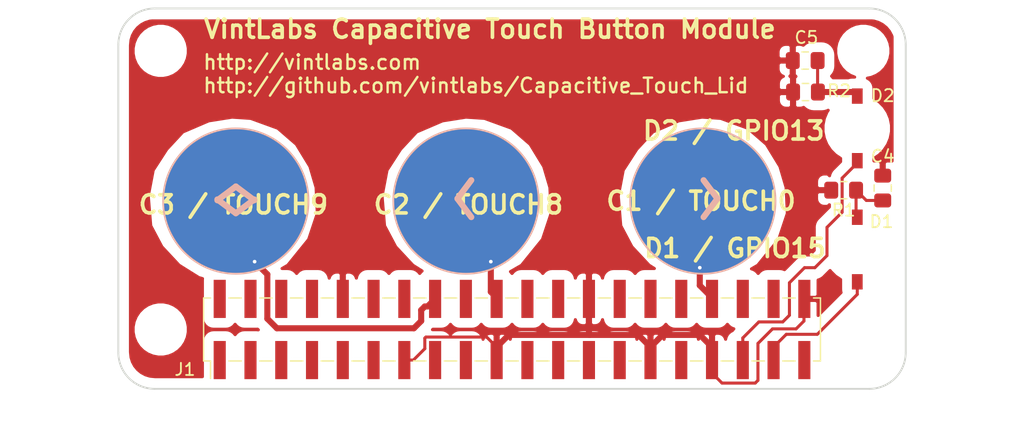
<source format=kicad_pcb>
(kicad_pcb (version 20171130) (host pcbnew 5.1.0)

  (general
    (thickness 1.6)
    (drawings 19)
    (tracks 73)
    (zones 0)
    (modules 14)
    (nets 37)
  )

  (page A4)
  (layers
    (0 F.Cu signal)
    (31 B.Cu signal)
    (32 B.Adhes user)
    (33 F.Adhes user)
    (34 B.Paste user)
    (35 F.Paste user)
    (36 B.SilkS user)
    (37 F.SilkS user)
    (38 B.Mask user)
    (39 F.Mask user)
    (40 Dwgs.User user)
    (41 Cmts.User user)
    (42 Eco1.User user)
    (43 Eco2.User user)
    (44 Edge.Cuts user)
    (45 Margin user)
    (46 B.CrtYd user)
    (47 F.CrtYd user)
    (48 B.Fab user)
    (49 F.Fab user)
  )

  (setup
    (last_trace_width 0.25)
    (user_trace_width 0.5)
    (trace_clearance 0.2)
    (zone_clearance 0.8)
    (zone_45_only no)
    (trace_min 0.2)
    (via_size 0.8)
    (via_drill 0.4)
    (via_min_size 0.4)
    (via_min_drill 0.3)
    (uvia_size 0.3)
    (uvia_drill 0.1)
    (uvias_allowed no)
    (uvia_min_size 0.2)
    (uvia_min_drill 0.1)
    (edge_width 0.15)
    (segment_width 0.2)
    (pcb_text_width 0.3)
    (pcb_text_size 1.5 1.5)
    (mod_edge_width 0.15)
    (mod_text_size 1 1)
    (mod_text_width 0.15)
    (pad_size 1.524 1.524)
    (pad_drill 0.762)
    (pad_to_mask_clearance 0.051)
    (solder_mask_min_width 0.25)
    (aux_axis_origin 0 0)
    (visible_elements FFFFFF7F)
    (pcbplotparams
      (layerselection 0x010fc_ffffffff)
      (usegerberextensions false)
      (usegerberattributes false)
      (usegerberadvancedattributes false)
      (creategerberjobfile false)
      (excludeedgelayer true)
      (linewidth 0.100000)
      (plotframeref false)
      (viasonmask false)
      (mode 1)
      (useauxorigin false)
      (hpglpennumber 1)
      (hpglpenspeed 20)
      (hpglpendiameter 15.000000)
      (psnegative false)
      (psa4output false)
      (plotreference true)
      (plotvalue true)
      (plotinvisibletext false)
      (padsonsilk false)
      (subtractmaskfromsilk false)
      (outputformat 1)
      (mirror false)
      (drillshape 0)
      (scaleselection 1)
      (outputdirectory "gerber/"))
  )

  (net 0 "")
  (net 1 "Net-(J1-Pad1)")
  (net 2 "Net-(J1-Pad2)")
  (net 3 "Net-(J1-Pad3)")
  (net 4 "Net-(J1-Pad4)")
  (net 5 "Net-(J1-Pad5)")
  (net 6 "Net-(J1-Pad6)")
  (net 7 "Net-(J1-Pad7)")
  (net 8 "Net-(J1-Pad8)")
  (net 9 "Net-(J1-Pad11)")
  (net 10 "Net-(J1-Pad12)")
  (net 11 "Net-(J1-Pad17)")
  (net 12 "Net-(J1-Pad18)")
  (net 13 "Net-(J1-Pad21)")
  (net 14 "Net-(J1-Pad22)")
  (net 15 "Net-(J1-Pad23)")
  (net 16 "Net-(J1-Pad24)")
  (net 17 "Net-(J1-Pad27)")
  (net 18 "Net-(J1-Pad28)")
  (net 19 "Net-(J1-Pad31)")
  (net 20 "Net-(J1-Pad32)")
  (net 21 "Net-(J1-Pad36)")
  (net 22 "Net-(C1-Pad1)")
  (net 23 GND)
  (net 24 "Net-(C5-Pad1)")
  (net 25 "Net-(J1-Pad38)")
  (net 26 "Net-(D1-Pad2)")
  (net 27 "Net-(D2-Pad2)")
  (net 28 "Net-(J1-Pad9)")
  (net 29 "Net-(J1-Pad14)")
  (net 30 "Net-(J1-Pad15)")
  (net 31 "Net-(J1-Pad25)")
  (net 32 "Net-(J1-Pad30)")
  (net 33 "Net-(J1-Pad39)")
  (net 34 "Net-(C3-Pad1)")
  (net 35 "Net-(C2-Pad1)")
  (net 36 "Net-(C4-Pad1)")

  (net_class Default "This is the default net class."
    (clearance 0.2)
    (trace_width 0.25)
    (via_dia 0.8)
    (via_drill 0.4)
    (uvia_dia 0.3)
    (uvia_drill 0.1)
    (add_net GND)
    (add_net "Net-(C1-Pad1)")
    (add_net "Net-(C2-Pad1)")
    (add_net "Net-(C3-Pad1)")
    (add_net "Net-(C4-Pad1)")
    (add_net "Net-(C5-Pad1)")
    (add_net "Net-(D1-Pad2)")
    (add_net "Net-(D2-Pad2)")
    (add_net "Net-(J1-Pad1)")
    (add_net "Net-(J1-Pad11)")
    (add_net "Net-(J1-Pad12)")
    (add_net "Net-(J1-Pad14)")
    (add_net "Net-(J1-Pad15)")
    (add_net "Net-(J1-Pad17)")
    (add_net "Net-(J1-Pad18)")
    (add_net "Net-(J1-Pad2)")
    (add_net "Net-(J1-Pad21)")
    (add_net "Net-(J1-Pad22)")
    (add_net "Net-(J1-Pad23)")
    (add_net "Net-(J1-Pad24)")
    (add_net "Net-(J1-Pad25)")
    (add_net "Net-(J1-Pad27)")
    (add_net "Net-(J1-Pad28)")
    (add_net "Net-(J1-Pad3)")
    (add_net "Net-(J1-Pad30)")
    (add_net "Net-(J1-Pad31)")
    (add_net "Net-(J1-Pad32)")
    (add_net "Net-(J1-Pad36)")
    (add_net "Net-(J1-Pad38)")
    (add_net "Net-(J1-Pad39)")
    (add_net "Net-(J1-Pad4)")
    (add_net "Net-(J1-Pad5)")
    (add_net "Net-(J1-Pad6)")
    (add_net "Net-(J1-Pad7)")
    (add_net "Net-(J1-Pad8)")
    (add_net "Net-(J1-Pad9)")
  )

  (module Capacitor_SMD:C_0805_2012Metric_Pad1.15x1.40mm_HandSolder (layer F.Cu) (tedit 5B36C52B) (tstamp 5E13E2E2)
    (at 139.2 82.4 180)
    (descr "Capacitor SMD 0805 (2012 Metric), square (rectangular) end terminal, IPC_7351 nominal with elongated pad for handsoldering. (Body size source: https://docs.google.com/spreadsheets/d/1BsfQQcO9C6DZCsRaXUlFlo91Tg2WpOkGARC1WS5S8t0/edit?usp=sharing), generated with kicad-footprint-generator")
    (tags "capacitor handsolder")
    (path /5E074989)
    (attr smd)
    (fp_text reference C5 (at -0.1 1.9 180) (layer F.SilkS)
      (effects (font (size 1 1) (thickness 0.15)))
    )
    (fp_text value C (at 0 1.65 180) (layer F.Fab)
      (effects (font (size 1 1) (thickness 0.15)))
    )
    (fp_text user %R (at 0 0 180) (layer F.Fab)
      (effects (font (size 0.5 0.5) (thickness 0.08)))
    )
    (fp_line (start 1.85 0.95) (end -1.85 0.95) (layer F.CrtYd) (width 0.05))
    (fp_line (start 1.85 -0.95) (end 1.85 0.95) (layer F.CrtYd) (width 0.05))
    (fp_line (start -1.85 -0.95) (end 1.85 -0.95) (layer F.CrtYd) (width 0.05))
    (fp_line (start -1.85 0.95) (end -1.85 -0.95) (layer F.CrtYd) (width 0.05))
    (fp_line (start -0.261252 0.71) (end 0.261252 0.71) (layer F.SilkS) (width 0.12))
    (fp_line (start -0.261252 -0.71) (end 0.261252 -0.71) (layer F.SilkS) (width 0.12))
    (fp_line (start 1 0.6) (end -1 0.6) (layer F.Fab) (width 0.1))
    (fp_line (start 1 -0.6) (end 1 0.6) (layer F.Fab) (width 0.1))
    (fp_line (start -1 -0.6) (end 1 -0.6) (layer F.Fab) (width 0.1))
    (fp_line (start -1 0.6) (end -1 -0.6) (layer F.Fab) (width 0.1))
    (pad 2 smd roundrect (at 1.025 0 180) (size 1.15 1.4) (layers F.Cu F.Paste F.Mask) (roundrect_rratio 0.217391)
      (net 23 GND))
    (pad 1 smd roundrect (at -1.025 0 180) (size 1.15 1.4) (layers F.Cu F.Paste F.Mask) (roundrect_rratio 0.217391)
      (net 24 "Net-(C5-Pad1)"))
    (model ${KISYS3DMOD}/Capacitor_SMD.3dshapes/C_0805_2012Metric.wrl
      (at (xyz 0 0 0))
      (scale (xyz 1 1 1))
      (rotate (xyz 0 0 0))
    )
  )

  (module Capacitor_SMD:C_0805_2012Metric_Pad1.15x1.40mm_HandSolder (layer F.Cu) (tedit 5B36C52B) (tstamp 5E13E2D1)
    (at 145.6 92.924999 90)
    (descr "Capacitor SMD 0805 (2012 Metric), square (rectangular) end terminal, IPC_7351 nominal with elongated pad for handsoldering. (Body size source: https://docs.google.com/spreadsheets/d/1BsfQQcO9C6DZCsRaXUlFlo91Tg2WpOkGARC1WS5S8t0/edit?usp=sharing), generated with kicad-footprint-generator")
    (tags "capacitor handsolder")
    (path /5E074912)
    (attr smd)
    (fp_text reference C4 (at 2.624999 0) (layer F.SilkS)
      (effects (font (size 1 1) (thickness 0.15)))
    )
    (fp_text value C (at 0 1.65 90) (layer F.Fab)
      (effects (font (size 1 1) (thickness 0.15)))
    )
    (fp_line (start -1 0.6) (end -1 -0.6) (layer F.Fab) (width 0.1))
    (fp_line (start -1 -0.6) (end 1 -0.6) (layer F.Fab) (width 0.1))
    (fp_line (start 1 -0.6) (end 1 0.6) (layer F.Fab) (width 0.1))
    (fp_line (start 1 0.6) (end -1 0.6) (layer F.Fab) (width 0.1))
    (fp_line (start -0.261252 -0.71) (end 0.261252 -0.71) (layer F.SilkS) (width 0.12))
    (fp_line (start -0.261252 0.71) (end 0.261252 0.71) (layer F.SilkS) (width 0.12))
    (fp_line (start -1.85 0.95) (end -1.85 -0.95) (layer F.CrtYd) (width 0.05))
    (fp_line (start -1.85 -0.95) (end 1.85 -0.95) (layer F.CrtYd) (width 0.05))
    (fp_line (start 1.85 -0.95) (end 1.85 0.95) (layer F.CrtYd) (width 0.05))
    (fp_line (start 1.85 0.95) (end -1.85 0.95) (layer F.CrtYd) (width 0.05))
    (fp_text user %R (at 0 0 90) (layer F.Fab)
      (effects (font (size 0.5 0.5) (thickness 0.08)))
    )
    (pad 1 smd roundrect (at -1.025 0 90) (size 1.15 1.4) (layers F.Cu F.Paste F.Mask) (roundrect_rratio 0.217391)
      (net 36 "Net-(C4-Pad1)"))
    (pad 2 smd roundrect (at 1.025 0 90) (size 1.15 1.4) (layers F.Cu F.Paste F.Mask) (roundrect_rratio 0.217391)
      (net 23 GND))
    (model ${KISYS3DMOD}/Capacitor_SMD.3dshapes/C_0805_2012Metric.wrl
      (at (xyz 0 0 0))
      (scale (xyz 1 1 1))
      (rotate (xyz 0 0 0))
    )
  )

  (module "Capacitive_Touch_Lid:Round Touch Pad" (layer B.Cu) (tedit 5E066DD1) (tstamp 5E074898)
    (at 92.2 94)
    (path /5E066F85)
    (fp_text reference C3 (at 0 -0.5) (layer F.SilkS) hide
      (effects (font (size 1 1) (thickness 0.15)))
    )
    (fp_text value C_Variable (at 0 0.5) (layer B.Fab)
      (effects (font (size 1 1) (thickness 0.15)) (justify mirror))
    )
    (fp_circle (center 0 0) (end 6.8 0) (layer B.CrtYd) (width 0.15))
    (fp_circle (center 0 0) (end 6 0) (layer B.SilkS) (width 0.15))
    (pad 1 smd circle (at 0 0) (size 12 12) (layers B.Cu)
      (net 34 "Net-(C3-Pad1)") (clearance 1))
  )

  (module "Capacitive_Touch_Lid:Round Touch Pad" (layer B.Cu) (tedit 5E066DD1) (tstamp 5E074891)
    (at 111.2 94)
    (path /5E0670EE)
    (fp_text reference C2 (at 0 -0.5) (layer F.SilkS) hide
      (effects (font (size 1 1) (thickness 0.15)))
    )
    (fp_text value C_Variable (at 0 0.5) (layer B.Fab)
      (effects (font (size 1 1) (thickness 0.15)) (justify mirror))
    )
    (fp_circle (center 0 0) (end 6 0) (layer B.SilkS) (width 0.15))
    (fp_circle (center 0 0) (end 6.8 0) (layer B.CrtYd) (width 0.15))
    (pad 1 smd circle (at 0 0) (size 12 12) (layers B.Cu)
      (net 35 "Net-(C2-Pad1)") (clearance 1))
  )

  (module "Capacitive_Touch_Lid:Round Touch Pad" (layer B.Cu) (tedit 5E066DD1) (tstamp 5E3F91A4)
    (at 130.75 94)
    (path /5E066159)
    (fp_text reference C1 (at 0 -0.5) (layer F.SilkS) hide
      (effects (font (size 1 1) (thickness 0.15)))
    )
    (fp_text value C_Variable (at 0 0.5) (layer B.Fab)
      (effects (font (size 1 1) (thickness 0.15)) (justify mirror))
    )
    (fp_circle (center 0 0) (end 6 0) (layer B.SilkS) (width 0.15))
    (fp_circle (center 0 0) (end 6.8 0) (layer B.CrtYd) (width 0.15))
    (pad 1 smd circle (at 0 0) (size 12 12) (layers B.Cu)
      (net 22 "Net-(C1-Pad1)") (clearance 1))
  )

  (module "Capacitive_Touch_Lid:HLMP-Q105 Reverse LED" (layer F.Cu) (tedit 5E068919) (tstamp 5E299A17)
    (at 143.5 88 270)
    (path /5E068C48)
    (fp_text reference D2 (at -2.7 -2.1 180) (layer F.SilkS)
      (effects (font (size 1 1) (thickness 0.15)))
    )
    (fp_text value LED (at 0 -0.5 270) (layer F.Fab)
      (effects (font (size 1 1) (thickness 0.15)))
    )
    (pad "" np_thru_hole circle (at 0 0 270) (size 3.8 3.8) (drill 3.8) (layers *.Cu *.Mask))
    (pad 2 smd rect (at 2.665 0 270) (size 1.27 0.89) (layers F.Cu F.Paste F.Mask)
      (net 27 "Net-(D2-Pad2)"))
    (pad 1 smd rect (at -2.665 0 270) (size 1.27 0.89) (layers F.Cu F.Paste F.Mask)
      (net 24 "Net-(C5-Pad1)"))
  )

  (module "Capacitive_Touch_Lid:HLMP-Q105 Reverse LED" (layer F.Cu) (tedit 5E068919) (tstamp 5E2999FA)
    (at 143.5 98 270)
    (path /5E068992)
    (fp_text reference D1 (at -2.3 -2 180) (layer F.SilkS)
      (effects (font (size 1 1) (thickness 0.15)))
    )
    (fp_text value LED (at 0 -0.5 270) (layer F.Fab)
      (effects (font (size 1 1) (thickness 0.15)))
    )
    (pad "" np_thru_hole circle (at 0 0 270) (size 3.8 3.8) (drill 3.8) (layers *.Cu *.Mask))
    (pad 2 smd rect (at 2.665 0 270) (size 1.27 0.89) (layers F.Cu F.Paste F.Mask)
      (net 26 "Net-(D1-Pad2)"))
    (pad 1 smd rect (at -2.665 0 270) (size 1.27 0.89) (layers F.Cu F.Paste F.Mask)
      (net 36 "Net-(C4-Pad1)"))
  )

  (module Resistor_SMD:R_0805_2012Metric_Pad1.15x1.40mm_HandSolder (layer F.Cu) (tedit 5B36C52B) (tstamp 5E2999CC)
    (at 139.225 85 180)
    (descr "Resistor SMD 0805 (2012 Metric), square (rectangular) end terminal, IPC_7351 nominal with elongated pad for handsoldering. (Body size source: https://docs.google.com/spreadsheets/d/1BsfQQcO9C6DZCsRaXUlFlo91Tg2WpOkGARC1WS5S8t0/edit?usp=sharing), generated with kicad-footprint-generator")
    (tags "resistor handsolder")
    (path /5E068C4F)
    (attr smd)
    (fp_text reference R2 (at -2.775 0.1 180) (layer F.SilkS)
      (effects (font (size 1 1) (thickness 0.15)))
    )
    (fp_text value R (at 0 1.65 180) (layer F.Fab)
      (effects (font (size 1 1) (thickness 0.15)))
    )
    (fp_text user %R (at 0 0 180) (layer F.Fab)
      (effects (font (size 0.5 0.5) (thickness 0.08)))
    )
    (fp_line (start 1.85 0.95) (end -1.85 0.95) (layer F.CrtYd) (width 0.05))
    (fp_line (start 1.85 -0.95) (end 1.85 0.95) (layer F.CrtYd) (width 0.05))
    (fp_line (start -1.85 -0.95) (end 1.85 -0.95) (layer F.CrtYd) (width 0.05))
    (fp_line (start -1.85 0.95) (end -1.85 -0.95) (layer F.CrtYd) (width 0.05))
    (fp_line (start -0.261252 0.71) (end 0.261252 0.71) (layer F.SilkS) (width 0.12))
    (fp_line (start -0.261252 -0.71) (end 0.261252 -0.71) (layer F.SilkS) (width 0.12))
    (fp_line (start 1 0.6) (end -1 0.6) (layer F.Fab) (width 0.1))
    (fp_line (start 1 -0.6) (end 1 0.6) (layer F.Fab) (width 0.1))
    (fp_line (start -1 -0.6) (end 1 -0.6) (layer F.Fab) (width 0.1))
    (fp_line (start -1 0.6) (end -1 -0.6) (layer F.Fab) (width 0.1))
    (pad 2 smd roundrect (at 1.025 0 180) (size 1.15 1.4) (layers F.Cu F.Paste F.Mask) (roundrect_rratio 0.217391)
      (net 23 GND))
    (pad 1 smd roundrect (at -1.025 0 180) (size 1.15 1.4) (layers F.Cu F.Paste F.Mask) (roundrect_rratio 0.217391)
      (net 24 "Net-(C5-Pad1)"))
    (model ${KISYS3DMOD}/Resistor_SMD.3dshapes/R_0805_2012Metric.wrl
      (at (xyz 0 0 0))
      (scale (xyz 1 1 1))
      (rotate (xyz 0 0 0))
    )
  )

  (module Resistor_SMD:R_0805_2012Metric_Pad1.15x1.40mm_HandSolder (layer F.Cu) (tedit 5B36C52B) (tstamp 5E2999BB)
    (at 142.375 93.1 180)
    (descr "Resistor SMD 0805 (2012 Metric), square (rectangular) end terminal, IPC_7351 nominal with elongated pad for handsoldering. (Body size source: https://docs.google.com/spreadsheets/d/1BsfQQcO9C6DZCsRaXUlFlo91Tg2WpOkGARC1WS5S8t0/edit?usp=sharing), generated with kicad-footprint-generator")
    (tags "resistor handsolder")
    (path /5E068A5F)
    (attr smd)
    (fp_text reference R1 (at 0 -1.65 180) (layer F.SilkS)
      (effects (font (size 1 1) (thickness 0.15)))
    )
    (fp_text value R (at 0 1.65 180) (layer F.Fab)
      (effects (font (size 1 1) (thickness 0.15)))
    )
    (fp_line (start -1 0.6) (end -1 -0.6) (layer F.Fab) (width 0.1))
    (fp_line (start -1 -0.6) (end 1 -0.6) (layer F.Fab) (width 0.1))
    (fp_line (start 1 -0.6) (end 1 0.6) (layer F.Fab) (width 0.1))
    (fp_line (start 1 0.6) (end -1 0.6) (layer F.Fab) (width 0.1))
    (fp_line (start -0.261252 -0.71) (end 0.261252 -0.71) (layer F.SilkS) (width 0.12))
    (fp_line (start -0.261252 0.71) (end 0.261252 0.71) (layer F.SilkS) (width 0.12))
    (fp_line (start -1.85 0.95) (end -1.85 -0.95) (layer F.CrtYd) (width 0.05))
    (fp_line (start -1.85 -0.95) (end 1.85 -0.95) (layer F.CrtYd) (width 0.05))
    (fp_line (start 1.85 -0.95) (end 1.85 0.95) (layer F.CrtYd) (width 0.05))
    (fp_line (start 1.85 0.95) (end -1.85 0.95) (layer F.CrtYd) (width 0.05))
    (fp_text user %R (at 0 0 180) (layer F.Fab)
      (effects (font (size 0.5 0.5) (thickness 0.08)))
    )
    (pad 1 smd roundrect (at -1.025 0 180) (size 1.15 1.4) (layers F.Cu F.Paste F.Mask) (roundrect_rratio 0.217391)
      (net 36 "Net-(C4-Pad1)"))
    (pad 2 smd roundrect (at 1.025 0 180) (size 1.15 1.4) (layers F.Cu F.Paste F.Mask) (roundrect_rratio 0.217391)
      (net 23 GND))
    (model ${KISYS3DMOD}/Resistor_SMD.3dshapes/R_0805_2012Metric.wrl
      (at (xyz 0 0 0))
      (scale (xyz 1 1 1))
      (rotate (xyz 0 0 0))
    )
  )

  (module Connector_PinHeader_2.54mm:PinHeader_2x20_P2.54mm_Vertical_SMD (layer F.Cu) (tedit 59FED5CC) (tstamp 5E132FD4)
    (at 115 104.6 90)
    (descr "surface-mounted straight pin header, 2x20, 2.54mm pitch, double rows")
    (tags "Surface mounted pin header SMD 2x20 2.54mm double row")
    (path /5E065CE4)
    (attr smd)
    (fp_text reference J1 (at -3.3 -27 180) (layer F.SilkS)
      (effects (font (size 1 1) (thickness 0.15)))
    )
    (fp_text value Conn_02x20_Odd_Even (at 0 26.46 90) (layer F.Fab)
      (effects (font (size 1 1) (thickness 0.15)))
    )
    (fp_line (start 2.54 25.4) (end -2.54 25.4) (layer F.Fab) (width 0.1))
    (fp_line (start -1.59 -25.4) (end 2.54 -25.4) (layer F.Fab) (width 0.1))
    (fp_line (start -2.54 25.4) (end -2.54 -24.45) (layer F.Fab) (width 0.1))
    (fp_line (start -2.54 -24.45) (end -1.59 -25.4) (layer F.Fab) (width 0.1))
    (fp_line (start 2.54 -25.4) (end 2.54 25.4) (layer F.Fab) (width 0.1))
    (fp_line (start -2.54 -24.45) (end -3.6 -24.45) (layer F.Fab) (width 0.1))
    (fp_line (start -3.6 -24.45) (end -3.6 -23.81) (layer F.Fab) (width 0.1))
    (fp_line (start -3.6 -23.81) (end -2.54 -23.81) (layer F.Fab) (width 0.1))
    (fp_line (start 2.54 -24.45) (end 3.6 -24.45) (layer F.Fab) (width 0.1))
    (fp_line (start 3.6 -24.45) (end 3.6 -23.81) (layer F.Fab) (width 0.1))
    (fp_line (start 3.6 -23.81) (end 2.54 -23.81) (layer F.Fab) (width 0.1))
    (fp_line (start -2.54 -21.91) (end -3.6 -21.91) (layer F.Fab) (width 0.1))
    (fp_line (start -3.6 -21.91) (end -3.6 -21.27) (layer F.Fab) (width 0.1))
    (fp_line (start -3.6 -21.27) (end -2.54 -21.27) (layer F.Fab) (width 0.1))
    (fp_line (start 2.54 -21.91) (end 3.6 -21.91) (layer F.Fab) (width 0.1))
    (fp_line (start 3.6 -21.91) (end 3.6 -21.27) (layer F.Fab) (width 0.1))
    (fp_line (start 3.6 -21.27) (end 2.54 -21.27) (layer F.Fab) (width 0.1))
    (fp_line (start -2.54 -19.37) (end -3.6 -19.37) (layer F.Fab) (width 0.1))
    (fp_line (start -3.6 -19.37) (end -3.6 -18.73) (layer F.Fab) (width 0.1))
    (fp_line (start -3.6 -18.73) (end -2.54 -18.73) (layer F.Fab) (width 0.1))
    (fp_line (start 2.54 -19.37) (end 3.6 -19.37) (layer F.Fab) (width 0.1))
    (fp_line (start 3.6 -19.37) (end 3.6 -18.73) (layer F.Fab) (width 0.1))
    (fp_line (start 3.6 -18.73) (end 2.54 -18.73) (layer F.Fab) (width 0.1))
    (fp_line (start -2.54 -16.83) (end -3.6 -16.83) (layer F.Fab) (width 0.1))
    (fp_line (start -3.6 -16.83) (end -3.6 -16.19) (layer F.Fab) (width 0.1))
    (fp_line (start -3.6 -16.19) (end -2.54 -16.19) (layer F.Fab) (width 0.1))
    (fp_line (start 2.54 -16.83) (end 3.6 -16.83) (layer F.Fab) (width 0.1))
    (fp_line (start 3.6 -16.83) (end 3.6 -16.19) (layer F.Fab) (width 0.1))
    (fp_line (start 3.6 -16.19) (end 2.54 -16.19) (layer F.Fab) (width 0.1))
    (fp_line (start -2.54 -14.29) (end -3.6 -14.29) (layer F.Fab) (width 0.1))
    (fp_line (start -3.6 -14.29) (end -3.6 -13.65) (layer F.Fab) (width 0.1))
    (fp_line (start -3.6 -13.65) (end -2.54 -13.65) (layer F.Fab) (width 0.1))
    (fp_line (start 2.54 -14.29) (end 3.6 -14.29) (layer F.Fab) (width 0.1))
    (fp_line (start 3.6 -14.29) (end 3.6 -13.65) (layer F.Fab) (width 0.1))
    (fp_line (start 3.6 -13.65) (end 2.54 -13.65) (layer F.Fab) (width 0.1))
    (fp_line (start -2.54 -11.75) (end -3.6 -11.75) (layer F.Fab) (width 0.1))
    (fp_line (start -3.6 -11.75) (end -3.6 -11.11) (layer F.Fab) (width 0.1))
    (fp_line (start -3.6 -11.11) (end -2.54 -11.11) (layer F.Fab) (width 0.1))
    (fp_line (start 2.54 -11.75) (end 3.6 -11.75) (layer F.Fab) (width 0.1))
    (fp_line (start 3.6 -11.75) (end 3.6 -11.11) (layer F.Fab) (width 0.1))
    (fp_line (start 3.6 -11.11) (end 2.54 -11.11) (layer F.Fab) (width 0.1))
    (fp_line (start -2.54 -9.21) (end -3.6 -9.21) (layer F.Fab) (width 0.1))
    (fp_line (start -3.6 -9.21) (end -3.6 -8.57) (layer F.Fab) (width 0.1))
    (fp_line (start -3.6 -8.57) (end -2.54 -8.57) (layer F.Fab) (width 0.1))
    (fp_line (start 2.54 -9.21) (end 3.6 -9.21) (layer F.Fab) (width 0.1))
    (fp_line (start 3.6 -9.21) (end 3.6 -8.57) (layer F.Fab) (width 0.1))
    (fp_line (start 3.6 -8.57) (end 2.54 -8.57) (layer F.Fab) (width 0.1))
    (fp_line (start -2.54 -6.67) (end -3.6 -6.67) (layer F.Fab) (width 0.1))
    (fp_line (start -3.6 -6.67) (end -3.6 -6.03) (layer F.Fab) (width 0.1))
    (fp_line (start -3.6 -6.03) (end -2.54 -6.03) (layer F.Fab) (width 0.1))
    (fp_line (start 2.54 -6.67) (end 3.6 -6.67) (layer F.Fab) (width 0.1))
    (fp_line (start 3.6 -6.67) (end 3.6 -6.03) (layer F.Fab) (width 0.1))
    (fp_line (start 3.6 -6.03) (end 2.54 -6.03) (layer F.Fab) (width 0.1))
    (fp_line (start -2.54 -4.13) (end -3.6 -4.13) (layer F.Fab) (width 0.1))
    (fp_line (start -3.6 -4.13) (end -3.6 -3.49) (layer F.Fab) (width 0.1))
    (fp_line (start -3.6 -3.49) (end -2.54 -3.49) (layer F.Fab) (width 0.1))
    (fp_line (start 2.54 -4.13) (end 3.6 -4.13) (layer F.Fab) (width 0.1))
    (fp_line (start 3.6 -4.13) (end 3.6 -3.49) (layer F.Fab) (width 0.1))
    (fp_line (start 3.6 -3.49) (end 2.54 -3.49) (layer F.Fab) (width 0.1))
    (fp_line (start -2.54 -1.59) (end -3.6 -1.59) (layer F.Fab) (width 0.1))
    (fp_line (start -3.6 -1.59) (end -3.6 -0.95) (layer F.Fab) (width 0.1))
    (fp_line (start -3.6 -0.95) (end -2.54 -0.95) (layer F.Fab) (width 0.1))
    (fp_line (start 2.54 -1.59) (end 3.6 -1.59) (layer F.Fab) (width 0.1))
    (fp_line (start 3.6 -1.59) (end 3.6 -0.95) (layer F.Fab) (width 0.1))
    (fp_line (start 3.6 -0.95) (end 2.54 -0.95) (layer F.Fab) (width 0.1))
    (fp_line (start -2.54 0.95) (end -3.6 0.95) (layer F.Fab) (width 0.1))
    (fp_line (start -3.6 0.95) (end -3.6 1.59) (layer F.Fab) (width 0.1))
    (fp_line (start -3.6 1.59) (end -2.54 1.59) (layer F.Fab) (width 0.1))
    (fp_line (start 2.54 0.95) (end 3.6 0.95) (layer F.Fab) (width 0.1))
    (fp_line (start 3.6 0.95) (end 3.6 1.59) (layer F.Fab) (width 0.1))
    (fp_line (start 3.6 1.59) (end 2.54 1.59) (layer F.Fab) (width 0.1))
    (fp_line (start -2.54 3.49) (end -3.6 3.49) (layer F.Fab) (width 0.1))
    (fp_line (start -3.6 3.49) (end -3.6 4.13) (layer F.Fab) (width 0.1))
    (fp_line (start -3.6 4.13) (end -2.54 4.13) (layer F.Fab) (width 0.1))
    (fp_line (start 2.54 3.49) (end 3.6 3.49) (layer F.Fab) (width 0.1))
    (fp_line (start 3.6 3.49) (end 3.6 4.13) (layer F.Fab) (width 0.1))
    (fp_line (start 3.6 4.13) (end 2.54 4.13) (layer F.Fab) (width 0.1))
    (fp_line (start -2.54 6.03) (end -3.6 6.03) (layer F.Fab) (width 0.1))
    (fp_line (start -3.6 6.03) (end -3.6 6.67) (layer F.Fab) (width 0.1))
    (fp_line (start -3.6 6.67) (end -2.54 6.67) (layer F.Fab) (width 0.1))
    (fp_line (start 2.54 6.03) (end 3.6 6.03) (layer F.Fab) (width 0.1))
    (fp_line (start 3.6 6.03) (end 3.6 6.67) (layer F.Fab) (width 0.1))
    (fp_line (start 3.6 6.67) (end 2.54 6.67) (layer F.Fab) (width 0.1))
    (fp_line (start -2.54 8.57) (end -3.6 8.57) (layer F.Fab) (width 0.1))
    (fp_line (start -3.6 8.57) (end -3.6 9.21) (layer F.Fab) (width 0.1))
    (fp_line (start -3.6 9.21) (end -2.54 9.21) (layer F.Fab) (width 0.1))
    (fp_line (start 2.54 8.57) (end 3.6 8.57) (layer F.Fab) (width 0.1))
    (fp_line (start 3.6 8.57) (end 3.6 9.21) (layer F.Fab) (width 0.1))
    (fp_line (start 3.6 9.21) (end 2.54 9.21) (layer F.Fab) (width 0.1))
    (fp_line (start -2.54 11.11) (end -3.6 11.11) (layer F.Fab) (width 0.1))
    (fp_line (start -3.6 11.11) (end -3.6 11.75) (layer F.Fab) (width 0.1))
    (fp_line (start -3.6 11.75) (end -2.54 11.75) (layer F.Fab) (width 0.1))
    (fp_line (start 2.54 11.11) (end 3.6 11.11) (layer F.Fab) (width 0.1))
    (fp_line (start 3.6 11.11) (end 3.6 11.75) (layer F.Fab) (width 0.1))
    (fp_line (start 3.6 11.75) (end 2.54 11.75) (layer F.Fab) (width 0.1))
    (fp_line (start -2.54 13.65) (end -3.6 13.65) (layer F.Fab) (width 0.1))
    (fp_line (start -3.6 13.65) (end -3.6 14.29) (layer F.Fab) (width 0.1))
    (fp_line (start -3.6 14.29) (end -2.54 14.29) (layer F.Fab) (width 0.1))
    (fp_line (start 2.54 13.65) (end 3.6 13.65) (layer F.Fab) (width 0.1))
    (fp_line (start 3.6 13.65) (end 3.6 14.29) (layer F.Fab) (width 0.1))
    (fp_line (start 3.6 14.29) (end 2.54 14.29) (layer F.Fab) (width 0.1))
    (fp_line (start -2.54 16.19) (end -3.6 16.19) (layer F.Fab) (width 0.1))
    (fp_line (start -3.6 16.19) (end -3.6 16.83) (layer F.Fab) (width 0.1))
    (fp_line (start -3.6 16.83) (end -2.54 16.83) (layer F.Fab) (width 0.1))
    (fp_line (start 2.54 16.19) (end 3.6 16.19) (layer F.Fab) (width 0.1))
    (fp_line (start 3.6 16.19) (end 3.6 16.83) (layer F.Fab) (width 0.1))
    (fp_line (start 3.6 16.83) (end 2.54 16.83) (layer F.Fab) (width 0.1))
    (fp_line (start -2.54 18.73) (end -3.6 18.73) (layer F.Fab) (width 0.1))
    (fp_line (start -3.6 18.73) (end -3.6 19.37) (layer F.Fab) (width 0.1))
    (fp_line (start -3.6 19.37) (end -2.54 19.37) (layer F.Fab) (width 0.1))
    (fp_line (start 2.54 18.73) (end 3.6 18.73) (layer F.Fab) (width 0.1))
    (fp_line (start 3.6 18.73) (end 3.6 19.37) (layer F.Fab) (width 0.1))
    (fp_line (start 3.6 19.37) (end 2.54 19.37) (layer F.Fab) (width 0.1))
    (fp_line (start -2.54 21.27) (end -3.6 21.27) (layer F.Fab) (width 0.1))
    (fp_line (start -3.6 21.27) (end -3.6 21.91) (layer F.Fab) (width 0.1))
    (fp_line (start -3.6 21.91) (end -2.54 21.91) (layer F.Fab) (width 0.1))
    (fp_line (start 2.54 21.27) (end 3.6 21.27) (layer F.Fab) (width 0.1))
    (fp_line (start 3.6 21.27) (end 3.6 21.91) (layer F.Fab) (width 0.1))
    (fp_line (start 3.6 21.91) (end 2.54 21.91) (layer F.Fab) (width 0.1))
    (fp_line (start -2.54 23.81) (end -3.6 23.81) (layer F.Fab) (width 0.1))
    (fp_line (start -3.6 23.81) (end -3.6 24.45) (layer F.Fab) (width 0.1))
    (fp_line (start -3.6 24.45) (end -2.54 24.45) (layer F.Fab) (width 0.1))
    (fp_line (start 2.54 23.81) (end 3.6 23.81) (layer F.Fab) (width 0.1))
    (fp_line (start 3.6 23.81) (end 3.6 24.45) (layer F.Fab) (width 0.1))
    (fp_line (start 3.6 24.45) (end 2.54 24.45) (layer F.Fab) (width 0.1))
    (fp_line (start -2.6 -25.46) (end 2.6 -25.46) (layer F.SilkS) (width 0.12))
    (fp_line (start -2.6 25.46) (end 2.6 25.46) (layer F.SilkS) (width 0.12))
    (fp_line (start -4.04 -24.89) (end -2.6 -24.89) (layer F.SilkS) (width 0.12))
    (fp_line (start -2.6 -25.46) (end -2.6 -24.89) (layer F.SilkS) (width 0.12))
    (fp_line (start 2.6 -25.46) (end 2.6 -24.89) (layer F.SilkS) (width 0.12))
    (fp_line (start -2.6 24.89) (end -2.6 25.46) (layer F.SilkS) (width 0.12))
    (fp_line (start 2.6 24.89) (end 2.6 25.46) (layer F.SilkS) (width 0.12))
    (fp_line (start -2.6 -23.37) (end -2.6 -22.35) (layer F.SilkS) (width 0.12))
    (fp_line (start 2.6 -23.37) (end 2.6 -22.35) (layer F.SilkS) (width 0.12))
    (fp_line (start -2.6 -20.83) (end -2.6 -19.81) (layer F.SilkS) (width 0.12))
    (fp_line (start 2.6 -20.83) (end 2.6 -19.81) (layer F.SilkS) (width 0.12))
    (fp_line (start -2.6 -18.29) (end -2.6 -17.27) (layer F.SilkS) (width 0.12))
    (fp_line (start 2.6 -18.29) (end 2.6 -17.27) (layer F.SilkS) (width 0.12))
    (fp_line (start -2.6 -15.75) (end -2.6 -14.73) (layer F.SilkS) (width 0.12))
    (fp_line (start 2.6 -15.75) (end 2.6 -14.73) (layer F.SilkS) (width 0.12))
    (fp_line (start -2.6 -13.21) (end -2.6 -12.19) (layer F.SilkS) (width 0.12))
    (fp_line (start 2.6 -13.21) (end 2.6 -12.19) (layer F.SilkS) (width 0.12))
    (fp_line (start -2.6 -10.67) (end -2.6 -9.65) (layer F.SilkS) (width 0.12))
    (fp_line (start 2.6 -10.67) (end 2.6 -9.65) (layer F.SilkS) (width 0.12))
    (fp_line (start -2.6 -8.13) (end -2.6 -7.11) (layer F.SilkS) (width 0.12))
    (fp_line (start 2.6 -8.13) (end 2.6 -7.11) (layer F.SilkS) (width 0.12))
    (fp_line (start -2.6 -5.59) (end -2.6 -4.57) (layer F.SilkS) (width 0.12))
    (fp_line (start 2.6 -5.59) (end 2.6 -4.57) (layer F.SilkS) (width 0.12))
    (fp_line (start -2.6 -3.05) (end -2.6 -2.03) (layer F.SilkS) (width 0.12))
    (fp_line (start 2.6 -3.05) (end 2.6 -2.03) (layer F.SilkS) (width 0.12))
    (fp_line (start -2.6 -0.51) (end -2.6 0.51) (layer F.SilkS) (width 0.12))
    (fp_line (start 2.6 -0.51) (end 2.6 0.51) (layer F.SilkS) (width 0.12))
    (fp_line (start -2.6 2.03) (end -2.6 3.05) (layer F.SilkS) (width 0.12))
    (fp_line (start 2.6 2.03) (end 2.6 3.05) (layer F.SilkS) (width 0.12))
    (fp_line (start -2.6 4.57) (end -2.6 5.59) (layer F.SilkS) (width 0.12))
    (fp_line (start 2.6 4.57) (end 2.6 5.59) (layer F.SilkS) (width 0.12))
    (fp_line (start -2.6 7.11) (end -2.6 8.13) (layer F.SilkS) (width 0.12))
    (fp_line (start 2.6 7.11) (end 2.6 8.13) (layer F.SilkS) (width 0.12))
    (fp_line (start -2.6 9.65) (end -2.6 10.67) (layer F.SilkS) (width 0.12))
    (fp_line (start 2.6 9.65) (end 2.6 10.67) (layer F.SilkS) (width 0.12))
    (fp_line (start -2.6 12.19) (end -2.6 13.21) (layer F.SilkS) (width 0.12))
    (fp_line (start 2.6 12.19) (end 2.6 13.21) (layer F.SilkS) (width 0.12))
    (fp_line (start -2.6 14.73) (end -2.6 15.75) (layer F.SilkS) (width 0.12))
    (fp_line (start 2.6 14.73) (end 2.6 15.75) (layer F.SilkS) (width 0.12))
    (fp_line (start -2.6 17.27) (end -2.6 18.29) (layer F.SilkS) (width 0.12))
    (fp_line (start 2.6 17.27) (end 2.6 18.29) (layer F.SilkS) (width 0.12))
    (fp_line (start -2.6 19.81) (end -2.6 20.83) (layer F.SilkS) (width 0.12))
    (fp_line (start 2.6 19.81) (end 2.6 20.83) (layer F.SilkS) (width 0.12))
    (fp_line (start -2.6 22.35) (end -2.6 23.37) (layer F.SilkS) (width 0.12))
    (fp_line (start 2.6 22.35) (end 2.6 23.37) (layer F.SilkS) (width 0.12))
    (fp_line (start -5.9 -25.9) (end -5.9 25.9) (layer F.CrtYd) (width 0.05))
    (fp_line (start -5.9 25.9) (end 5.9 25.9) (layer F.CrtYd) (width 0.05))
    (fp_line (start 5.9 25.9) (end 5.9 -25.9) (layer F.CrtYd) (width 0.05))
    (fp_line (start 5.9 -25.9) (end -5.9 -25.9) (layer F.CrtYd) (width 0.05))
    (fp_text user %R (at 0 0 180) (layer F.Fab)
      (effects (font (size 1 1) (thickness 0.15)))
    )
    (pad 1 smd rect (at -2.525 -24.13 90) (size 3.15 1) (layers F.Cu F.Paste F.Mask)
      (net 1 "Net-(J1-Pad1)"))
    (pad 2 smd rect (at 2.525 -24.13 90) (size 3.15 1) (layers F.Cu F.Paste F.Mask)
      (net 2 "Net-(J1-Pad2)"))
    (pad 3 smd rect (at -2.525 -21.59 90) (size 3.15 1) (layers F.Cu F.Paste F.Mask)
      (net 3 "Net-(J1-Pad3)"))
    (pad 4 smd rect (at 2.525 -21.59 90) (size 3.15 1) (layers F.Cu F.Paste F.Mask)
      (net 4 "Net-(J1-Pad4)"))
    (pad 5 smd rect (at -2.525 -19.05 90) (size 3.15 1) (layers F.Cu F.Paste F.Mask)
      (net 5 "Net-(J1-Pad5)"))
    (pad 6 smd rect (at 2.525 -19.05 90) (size 3.15 1) (layers F.Cu F.Paste F.Mask)
      (net 6 "Net-(J1-Pad6)"))
    (pad 7 smd rect (at -2.525 -16.51 90) (size 3.15 1) (layers F.Cu F.Paste F.Mask)
      (net 7 "Net-(J1-Pad7)"))
    (pad 8 smd rect (at 2.525 -16.51 90) (size 3.15 1) (layers F.Cu F.Paste F.Mask)
      (net 8 "Net-(J1-Pad8)"))
    (pad 9 smd rect (at -2.525 -13.97 90) (size 3.15 1) (layers F.Cu F.Paste F.Mask)
      (net 28 "Net-(J1-Pad9)"))
    (pad 10 smd rect (at 2.525 -13.97 90) (size 3.15 1) (layers F.Cu F.Paste F.Mask)
      (net 23 GND))
    (pad 11 smd rect (at -2.525 -11.43 90) (size 3.15 1) (layers F.Cu F.Paste F.Mask)
      (net 9 "Net-(J1-Pad11)"))
    (pad 12 smd rect (at 2.525 -11.43 90) (size 3.15 1) (layers F.Cu F.Paste F.Mask)
      (net 10 "Net-(J1-Pad12)"))
    (pad 13 smd rect (at -2.525 -8.89 90) (size 3.15 1) (layers F.Cu F.Paste F.Mask)
      (net 23 GND))
    (pad 14 smd rect (at 2.525 -8.89 90) (size 3.15 1) (layers F.Cu F.Paste F.Mask)
      (net 29 "Net-(J1-Pad14)"))
    (pad 15 smd rect (at -2.525 -6.35 90) (size 3.15 1) (layers F.Cu F.Paste F.Mask)
      (net 30 "Net-(J1-Pad15)"))
    (pad 16 smd rect (at 2.525 -6.35 90) (size 3.15 1) (layers F.Cu F.Paste F.Mask)
      (net 34 "Net-(C3-Pad1)"))
    (pad 17 smd rect (at -2.525 -3.81 90) (size 3.15 1) (layers F.Cu F.Paste F.Mask)
      (net 11 "Net-(J1-Pad17)"))
    (pad 18 smd rect (at 2.525 -3.81 90) (size 3.15 1) (layers F.Cu F.Paste F.Mask)
      (net 12 "Net-(J1-Pad18)"))
    (pad 19 smd rect (at -2.525 -1.27 90) (size 3.15 1) (layers F.Cu F.Paste F.Mask)
      (net 23 GND))
    (pad 20 smd rect (at 2.525 -1.27 90) (size 3.15 1) (layers F.Cu F.Paste F.Mask)
      (net 35 "Net-(C2-Pad1)"))
    (pad 21 smd rect (at -2.525 1.27 90) (size 3.15 1) (layers F.Cu F.Paste F.Mask)
      (net 13 "Net-(J1-Pad21)"))
    (pad 22 smd rect (at 2.525 1.27 90) (size 3.15 1) (layers F.Cu F.Paste F.Mask)
      (net 14 "Net-(J1-Pad22)"))
    (pad 23 smd rect (at -2.525 3.81 90) (size 3.15 1) (layers F.Cu F.Paste F.Mask)
      (net 15 "Net-(J1-Pad23)"))
    (pad 24 smd rect (at 2.525 3.81 90) (size 3.15 1) (layers F.Cu F.Paste F.Mask)
      (net 16 "Net-(J1-Pad24)"))
    (pad 25 smd rect (at -2.525 6.35 90) (size 3.15 1) (layers F.Cu F.Paste F.Mask)
      (net 31 "Net-(J1-Pad25)"))
    (pad 26 smd rect (at 2.525 6.35 90) (size 3.15 1) (layers F.Cu F.Paste F.Mask)
      (net 23 GND))
    (pad 27 smd rect (at -2.525 8.89 90) (size 3.15 1) (layers F.Cu F.Paste F.Mask)
      (net 17 "Net-(J1-Pad27)"))
    (pad 28 smd rect (at 2.525 8.89 90) (size 3.15 1) (layers F.Cu F.Paste F.Mask)
      (net 18 "Net-(J1-Pad28)"))
    (pad 29 smd rect (at -2.525 11.43 90) (size 3.15 1) (layers F.Cu F.Paste F.Mask)
      (net 23 GND))
    (pad 30 smd rect (at 2.525 11.43 90) (size 3.15 1) (layers F.Cu F.Paste F.Mask)
      (net 32 "Net-(J1-Pad30)"))
    (pad 31 smd rect (at -2.525 13.97 90) (size 3.15 1) (layers F.Cu F.Paste F.Mask)
      (net 19 "Net-(J1-Pad31)"))
    (pad 32 smd rect (at 2.525 13.97 90) (size 3.15 1) (layers F.Cu F.Paste F.Mask)
      (net 20 "Net-(J1-Pad32)"))
    (pad 33 smd rect (at -2.525 16.51 90) (size 3.15 1) (layers F.Cu F.Paste F.Mask)
      (net 23 GND))
    (pad 34 smd rect (at 2.525 16.51 90) (size 3.15 1) (layers F.Cu F.Paste F.Mask)
      (net 22 "Net-(C1-Pad1)"))
    (pad 35 smd rect (at -2.525 19.05 90) (size 3.15 1) (layers F.Cu F.Paste F.Mask)
      (net 27 "Net-(D2-Pad2)"))
    (pad 36 smd rect (at 2.525 19.05 90) (size 3.15 1) (layers F.Cu F.Paste F.Mask)
      (net 21 "Net-(J1-Pad36)"))
    (pad 37 smd rect (at -2.525 21.59 90) (size 3.15 1) (layers F.Cu F.Paste F.Mask)
      (net 26 "Net-(D1-Pad2)"))
    (pad 38 smd rect (at 2.525 21.59 90) (size 3.15 1) (layers F.Cu F.Paste F.Mask)
      (net 25 "Net-(J1-Pad38)"))
    (pad 39 smd rect (at -2.525 24.13 90) (size 3.15 1) (layers F.Cu F.Paste F.Mask)
      (net 33 "Net-(J1-Pad39)"))
    (pad 40 smd rect (at 2.525 24.13 90) (size 3.15 1) (layers F.Cu F.Paste F.Mask)
      (net 23 GND))
    (model ${KISYS3DMOD}/Connector_PinHeader_2.54mm.3dshapes/PinHeader_2x20_P2.54mm_Vertical_SMD.wrl
      (at (xyz 0 0 0))
      (scale (xyz 1 1 1))
      (rotate (xyz 0 0 0))
    )
  )

  (module MountingHole:MountingHole_2.7mm_M2.5_DIN965 locked (layer B.Cu) (tedit 5D4DE342) (tstamp 5E065965)
    (at 86 81.6)
    (descr "Mounting Hole 2.7mm, no annular, M2.5, DIN965")
    (tags "mounting hole 2.7mm no annular m2.5 din965")
    (attr virtual)
    (fp_text reference REF** (at 0 3.35) (layer B.SilkS) hide
      (effects (font (size 1 1) (thickness 0.15)) (justify mirror))
    )
    (fp_text value MountingHole_2.7mm_M2.5_DIN965 (at 0 -3.35) (layer B.Fab)
      (effects (font (size 1 1) (thickness 0.15)) (justify mirror))
    )
    (fp_text user %R (at 0.3 0) (layer B.Fab)
      (effects (font (size 1 1) (thickness 0.15)) (justify mirror))
    )
    (fp_circle (center 0 0) (end 2.35 0) (layer Cmts.User) (width 0.15))
    (fp_circle (center 0 0) (end 2.6 0) (layer B.CrtYd) (width 0.05))
    (pad 1 np_thru_hole circle (at 0 0) (size 2.7 2.7) (drill 2.7) (layers *.Cu *.Mask))
  )

  (module MountingHole:MountingHole_2.7mm_M2.5_DIN965 locked (layer B.Cu) (tedit 5D4DE349) (tstamp 5E06595E)
    (at 144 81.6)
    (descr "Mounting Hole 2.7mm, no annular, M2.5, DIN965")
    (tags "mounting hole 2.7mm no annular m2.5 din965")
    (attr virtual)
    (fp_text reference REF** (at 0 3.35) (layer B.SilkS) hide
      (effects (font (size 1 1) (thickness 0.15)) (justify mirror))
    )
    (fp_text value MountingHole_2.7mm_M2.5_DIN965 (at 0 -3.35) (layer B.Fab)
      (effects (font (size 1 1) (thickness 0.15)) (justify mirror))
    )
    (fp_text user %R (at 0.3 0) (layer B.Fab)
      (effects (font (size 1 1) (thickness 0.15)) (justify mirror))
    )
    (fp_circle (center 0 0) (end 2.35 0) (layer Cmts.User) (width 0.15))
    (fp_circle (center 0 0) (end 2.6 0) (layer B.CrtYd) (width 0.05))
    (pad 1 np_thru_hole circle (at 0 0) (size 2.7 2.7) (drill 2.7) (layers *.Cu *.Mask))
  )

  (module MountingHole:MountingHole_2.7mm_M2.5_DIN965 locked (layer B.Cu) (tedit 5D4DE34E) (tstamp 5E065957)
    (at 144 104.6)
    (descr "Mounting Hole 2.7mm, no annular, M2.5, DIN965")
    (tags "mounting hole 2.7mm no annular m2.5 din965")
    (attr virtual)
    (fp_text reference REF** (at 0 3.35) (layer B.SilkS) hide
      (effects (font (size 1 1) (thickness 0.15)) (justify mirror))
    )
    (fp_text value MountingHole_2.7mm_M2.5_DIN965 (at 0 -3.35) (layer B.Fab)
      (effects (font (size 1 1) (thickness 0.15)) (justify mirror))
    )
    (fp_text user %R (at 0.3 0) (layer B.Fab)
      (effects (font (size 1 1) (thickness 0.15)) (justify mirror))
    )
    (fp_circle (center 0 0) (end 2.35 0) (layer Cmts.User) (width 0.15))
    (fp_circle (center 0 0) (end 2.6 0) (layer B.CrtYd) (width 0.05))
    (pad 1 np_thru_hole circle (at 0 0) (size 2.7 2.7) (drill 2.7) (layers *.Cu *.Mask))
  )

  (module MountingHole:MountingHole_2.7mm_M2.5_DIN965 locked (layer B.Cu) (tedit 5D4DE338) (tstamp 5E065950)
    (at 86 104.6)
    (descr "Mounting Hole 2.7mm, no annular, M2.5, DIN965")
    (tags "mounting hole 2.7mm no annular m2.5 din965")
    (attr virtual)
    (fp_text reference REF** (at 0 3.35) (layer B.SilkS) hide
      (effects (font (size 1 1) (thickness 0.15)) (justify mirror))
    )
    (fp_text value MountingHole_2.7mm_M2.5_DIN965 (at 0 -3.35) (layer B.Fab)
      (effects (font (size 1 1) (thickness 0.15)) (justify mirror))
    )
    (fp_circle (center 0 0) (end 2.6 0) (layer B.CrtYd) (width 0.05))
    (fp_circle (center 0 0) (end 2.35 0) (layer Cmts.User) (width 0.15))
    (fp_text user %R (at 0.3 0) (layer B.Fab)
      (effects (font (size 1 1) (thickness 0.15)) (justify mirror))
    )
    (pad 1 np_thru_hole circle (at 0 0) (size 2.7 2.7) (drill 2.7) (layers *.Cu *.Mask))
  )

  (gr_text "http://vintlabs.com\nhttp://github.com/vintlabs/Capacitive_Touch_Lid" (at 89.4 83.5) (layer F.SilkS)
    (effects (font (size 1.2 1.2) (thickness 0.2)) (justify left))
  )
  (gr_text "VintLabs Capacitive Touch Button Module\n" (at 89.4 79.8) (layer F.SilkS)
    (effects (font (size 1.5 1.5) (thickness 0.3)) (justify left))
  )
  (gr_text "D2 / GPIO13" (at 133.3 88.2) (layer F.SilkS) (tstamp 5E13E488)
    (effects (font (size 1.5 1.5) (thickness 0.3)))
  )
  (gr_text "D1 / GPIO15" (at 133.4 97.9) (layer F.SilkS) (tstamp 5E13E481)
    (effects (font (size 1.5 1.5) (thickness 0.3)))
  )
  (gr_text "C1 / TOUCH0" (at 130.6 94) (layer F.SilkS) (tstamp 5E13E481)
    (effects (font (size 1.5 1.5) (thickness 0.3)))
  )
  (gr_text "C2 / TOUCH8" (at 111.4 94.3) (layer F.SilkS) (tstamp 5E13E481)
    (effects (font (size 1.5 1.5) (thickness 0.3)))
  )
  (gr_text "C3 / TOUCH9" (at 92 94.3) (layer F.SilkS)
    (effects (font (size 1.5 1.5) (thickness 0.3)))
  )
  (gr_text ^ (at 92.2 90.3 180) (layer B.SilkS) (tstamp 5E4A52DE)
    (effects (font (size 8 8) (thickness 0.5)) (justify mirror))
  )
  (gr_text ^ (at 127.25 93.8 270) (layer B.SilkS) (tstamp 5E4A5265)
    (effects (font (size 8 8) (thickness 0.5)) (justify mirror))
  )
  (gr_text ^ (at 115.2 93.8 90) (layer B.SilkS) (tstamp 5E4A5265)
    (effects (font (size 8 8) (thickness 0.5)) (justify mirror))
  )
  (gr_text ^ (at 92.2 97.5) (layer B.SilkS)
    (effects (font (size 8 8) (thickness 0.5)) (justify mirror))
  )
  (gr_arc (start 85.5 106.5) (end 85.5 109.5) (angle 90) (layer Edge.Cuts) (width 0.15) (tstamp 5E0659B9))
  (gr_line (start 85.5 109.5) (end 144.5 109.5) (layer Edge.Cuts) (width 0.15) (tstamp 5E065977))
  (gr_line (start 85.5 78.1) (end 144.5 78.1) (layer Edge.Cuts) (width 0.15) (tstamp 5E065976))
  (gr_line (start 147.5 106.5) (end 147.5 81.1) (layer Edge.Cuts) (width 0.15) (tstamp 5E065975))
  (gr_arc (start 144.5 106.5) (end 147.5 106.5) (angle 90) (layer Edge.Cuts) (width 0.15) (tstamp 5E065974))
  (gr_line (start 82.5 106.5) (end 82.5 81.1) (layer Edge.Cuts) (width 0.15) (tstamp 5E0656CA))
  (gr_arc (start 85.5 81.1) (end 82.5 81.1) (angle 90) (layer Edge.Cuts) (width 0.15) (tstamp 5E0656C9))
  (gr_arc (start 144.5 81.1) (end 144.5 78.1) (angle 90) (layer Edge.Cuts) (width 0.15) (tstamp 5E0656C8))

  (via (at 130.5 99.5) (size 0.8) (drill 0.3) (layers F.Cu B.Cu) (net 22) (tstamp 5E1335C0))
  (segment (start 130.5 100.965) (end 131.61 102.075) (width 0.5) (layer F.Cu) (net 22))
  (segment (start 130.5 99.5) (end 130.5 100.965) (width 0.5) (layer F.Cu) (net 22))
  (segment (start 106.86 107.125) (end 107.8 106.185) (width 0.25) (layer F.Cu) (net 23))
  (segment (start 106.11 107.125) (end 106.86 107.125) (width 0.25) (layer F.Cu) (net 23))
  (segment (start 112.904999 105.224999) (end 113.73 106.05) (width 0.25) (layer F.Cu) (net 23))
  (segment (start 107.8 105.314998) (end 107.889999 105.224999) (width 0.25) (layer F.Cu) (net 23))
  (segment (start 107.889999 105.224999) (end 112.904999 105.224999) (width 0.25) (layer F.Cu) (net 23))
  (segment (start 107.8 106.185) (end 107.8 105.314998) (width 0.25) (layer F.Cu) (net 23))
  (segment (start 125.43 105.05) (end 126.43 106.05) (width 0.5) (layer F.Cu) (net 23))
  (segment (start 113.73 106.05) (end 114.73 105.05) (width 0.5) (layer F.Cu) (net 23))
  (segment (start 113.73 107.125) (end 113.73 106.05) (width 0.5) (layer F.Cu) (net 23))
  (segment (start 121.35 105) (end 121.35 102.075) (width 0.5) (layer F.Cu) (net 23))
  (segment (start 121.4 105.05) (end 121.35 105) (width 0.5) (layer F.Cu) (net 23))
  (segment (start 121.4 105.05) (end 125.43 105.05) (width 0.5) (layer F.Cu) (net 23))
  (segment (start 114.73 105.05) (end 121.4 105.05) (width 0.5) (layer F.Cu) (net 23))
  (segment (start 131.51 106.05) (end 131.51 107.125) (width 0.5) (layer F.Cu) (net 23))
  (segment (start 130.51 105.05) (end 131.51 106.05) (width 0.5) (layer F.Cu) (net 23))
  (segment (start 127.43 105.05) (end 130.51 105.05) (width 0.5) (layer F.Cu) (net 23))
  (segment (start 126.43 106.05) (end 127.43 105.05) (width 0.5) (layer F.Cu) (net 23))
  (segment (start 126.43 107.125) (end 126.43 106.05) (width 0.5) (layer F.Cu) (net 23))
  (segment (start 131.51 108.2) (end 131.51 107.125) (width 0.25) (layer F.Cu) (net 23))
  (segment (start 132.335001 109.025001) (end 131.51 108.2) (width 0.25) (layer F.Cu) (net 23))
  (segment (start 135.074999 109.025001) (end 132.335001 109.025001) (width 0.25) (layer F.Cu) (net 23))
  (segment (start 135.3 108.8) (end 135.074999 109.025001) (width 0.25) (layer F.Cu) (net 23))
  (segment (start 135.3 105.754998) (end 135.3 108.8) (width 0.25) (layer F.Cu) (net 23))
  (segment (start 139.13 103.15) (end 139.1 103.18) (width 0.25) (layer F.Cu) (net 23))
  (segment (start 139.13 102.075) (end 139.13 103.15) (width 0.25) (layer F.Cu) (net 23))
  (segment (start 139.1 103.18) (end 139.1 103.9) (width 0.25) (layer F.Cu) (net 23))
  (segment (start 136.505008 104.54999) (end 135.3 105.754998) (width 0.25) (layer F.Cu) (net 23))
  (segment (start 139.1 103.9) (end 138.45001 104.54999) (width 0.25) (layer F.Cu) (net 23))
  (segment (start 138.45001 104.54999) (end 136.505008 104.54999) (width 0.25) (layer F.Cu) (net 23))
  (segment (start 143.165 85) (end 143.5 85.335) (width 0.5) (layer F.Cu) (net 24))
  (segment (start 140.25 85) (end 143.165 85) (width 0.5) (layer F.Cu) (net 24))
  (segment (start 140.225 84.975) (end 140.25 85) (width 0.25) (layer F.Cu) (net 24))
  (segment (start 140.225 82.4) (end 140.225 84.975) (width 0.25) (layer F.Cu) (net 24))
  (segment (start 136.59 106.05) (end 137.64 105) (width 0.25) (layer F.Cu) (net 26))
  (segment (start 136.59 107.125) (end 136.59 106.05) (width 0.25) (layer F.Cu) (net 26))
  (segment (start 137.64 105) (end 140.2 105) (width 0.25) (layer F.Cu) (net 26))
  (segment (start 143.5 101.7) (end 143.5 100.665) (width 0.25) (layer F.Cu) (net 26))
  (segment (start 140.2 105) (end 143.5 101.7) (width 0.25) (layer F.Cu) (net 26))
  (segment (start 140 99.5) (end 139.144998 99.5) (width 0.25) (layer F.Cu) (net 27))
  (segment (start 141 96.169998) (end 141 98.5) (width 0.25) (layer F.Cu) (net 27))
  (segment (start 141 98.5) (end 140 99.5) (width 0.25) (layer F.Cu) (net 27))
  (segment (start 134.15 106.05) (end 134.15 107.125) (width 0.25) (layer F.Cu) (net 27))
  (segment (start 137.350001 103.975001) (end 137.9 103.425002) (width 0.25) (layer F.Cu) (net 27))
  (segment (start 135.374999 103.975001) (end 137.350001 103.975001) (width 0.25) (layer F.Cu) (net 27))
  (segment (start 134.05 107.125) (end 134.05 105.3) (width 0.25) (layer F.Cu) (net 27))
  (segment (start 134.05 105.3) (end 135.374999 103.975001) (width 0.25) (layer F.Cu) (net 27))
  (segment (start 137.9 100.744998) (end 139.144998 99.5) (width 0.25) (layer F.Cu) (net 27))
  (segment (start 137.9 103.425002) (end 137.9 100.744998) (width 0.25) (layer F.Cu) (net 27))
  (segment (start 142.25001 92.10499) (end 142.25001 94.919988) (width 0.25) (layer F.Cu) (net 27))
  (segment (start 142.25001 94.919988) (end 141 96.169998) (width 0.25) (layer F.Cu) (net 27))
  (segment (start 143.5 90.855) (end 142.25001 92.10499) (width 0.25) (layer F.Cu) (net 27))
  (segment (start 143.5 90.665) (end 143.5 90.855) (width 0.25) (layer F.Cu) (net 27))
  (via (at 93.75 99) (size 0.8) (drill 0.3) (layers F.Cu B.Cu) (net 34))
  (segment (start 94.8 100.05) (end 93.75 99) (width 0.5) (layer F.Cu) (net 34))
  (segment (start 94.8 103.710002) (end 94.8 100.05) (width 0.5) (layer F.Cu) (net 34))
  (segment (start 108.75 102.075) (end 108.75 103.15) (width 0.5) (layer F.Cu) (net 34))
  (segment (start 94.8 103.710002) (end 95.589998 104.5) (width 0.5) (layer F.Cu) (net 34))
  (segment (start 95.589998 104.5) (end 106.9 104.5) (width 0.5) (layer F.Cu) (net 34))
  (segment (start 106.9 104.5) (end 107.5 103.9) (width 0.5) (layer F.Cu) (net 34))
  (segment (start 107.5 103.9) (end 107.5 103) (width 0.5) (layer F.Cu) (net 34))
  (segment (start 107.5 103) (end 107.8 102.7) (width 0.5) (layer F.Cu) (net 34))
  (segment (start 108.025 102.7) (end 108.65 102.075) (width 0.5) (layer F.Cu) (net 34))
  (segment (start 107.8 102.7) (end 108.025 102.7) (width 0.5) (layer F.Cu) (net 34))
  (via (at 113.25 99) (size 0.8) (drill 0.3) (layers F.Cu B.Cu) (net 35) (tstamp 5E1335C0))
  (segment (start 113.25 101.495) (end 113.83 102.075) (width 0.5) (layer F.Cu) (net 35))
  (segment (start 113.25 99) (end 113.25 101.495) (width 0.5) (layer F.Cu) (net 35))
  (segment (start 144.249999 93.949999) (end 143.4 93.1) (width 0.25) (layer F.Cu) (net 36))
  (segment (start 145.6 93.949999) (end 144.249999 93.949999) (width 0.25) (layer F.Cu) (net 36))
  (segment (start 143.4 95.235) (end 143.5 95.335) (width 0.25) (layer F.Cu) (net 36))
  (segment (start 143.4 93.1) (end 143.4 95.235) (width 0.25) (layer F.Cu) (net 36))

  (zone (net 23) (net_name GND) (layer F.Cu) (tstamp 5E0B8C44) (hatch edge 0.508)
    (connect_pads (clearance 0.8))
    (min_thickness 0.254)
    (fill yes (arc_segments 16) (thermal_gap 0.508) (thermal_bridge_width 0.508))
    (polygon
      (pts
        (xy 83.25 109.5) (xy 146.5 109.5) (xy 146.5 79) (xy 83.25 79)
      )
    )
    (filled_polygon
      (pts
        (xy 144.88715 79.144766) (xy 145.259547 79.257199) (xy 145.603016 79.439825) (xy 145.904474 79.685688) (xy 146.152435 79.985421)
        (xy 146.337451 80.327601) (xy 146.373 80.44244) (xy 146.373 90.694117) (xy 146.3 90.686927) (xy 145.88575 90.689999)
        (xy 145.727 90.848749) (xy 145.727 91.772999) (xy 145.747 91.772999) (xy 145.747 92.026999) (xy 145.727 92.026999)
        (xy 145.727 92.046999) (xy 145.473 92.046999) (xy 145.473 92.026999) (xy 145.453 92.026999) (xy 145.453 91.772999)
        (xy 145.473 91.772999) (xy 145.473 90.848749) (xy 145.31425 90.689999) (xy 144.9 90.686927) (xy 144.876485 90.689243)
        (xy 144.876485 90.480267) (xy 145.302108 90.195875) (xy 145.695875 89.802108) (xy 146.005255 89.339087) (xy 146.21836 88.824606)
        (xy 146.327 88.278435) (xy 146.327 87.721565) (xy 146.21836 87.175394) (xy 146.005255 86.660913) (xy 145.695875 86.197892)
        (xy 145.302108 85.804125) (xy 144.876485 85.519733) (xy 144.876485 84.7) (xy 144.858587 84.518276) (xy 144.80558 84.343536)
        (xy 144.719501 84.182495) (xy 144.603659 84.041341) (xy 144.462505 83.925499) (xy 144.331766 83.855617) (xy 144.664176 83.789496)
        (xy 145.078564 83.617851) (xy 145.451503 83.368661) (xy 145.768661 83.051503) (xy 146.017851 82.678564) (xy 146.189496 82.264176)
        (xy 146.277 81.824265) (xy 146.277 81.375735) (xy 146.189496 80.935824) (xy 146.017851 80.521436) (xy 145.768661 80.148497)
        (xy 145.451503 79.831339) (xy 145.078564 79.582149) (xy 144.664176 79.410504) (xy 144.224265 79.323) (xy 143.775735 79.323)
        (xy 143.335824 79.410504) (xy 142.921436 79.582149) (xy 142.548497 79.831339) (xy 142.231339 80.148497) (xy 141.982149 80.521436)
        (xy 141.810504 80.935824) (xy 141.723 81.375735) (xy 141.723 81.824265) (xy 141.810504 82.264176) (xy 141.982149 82.678564)
        (xy 142.231339 83.051503) (xy 142.548497 83.368661) (xy 142.921436 83.617851) (xy 143.285171 83.768515) (xy 143.055 83.768515)
        (xy 142.873276 83.786413) (xy 142.752665 83.823) (xy 141.499427 83.823) (xy 141.410436 83.714564) (xy 141.38019 83.689741)
        (xy 141.385436 83.685436) (xy 141.532369 83.506398) (xy 141.64155 83.302135) (xy 141.708783 83.080497) (xy 141.731485 82.850001)
        (xy 141.731485 81.949999) (xy 141.708783 81.719503) (xy 141.64155 81.497865) (xy 141.532369 81.293602) (xy 141.385436 81.114564)
        (xy 141.206398 80.967631) (xy 141.002135 80.85845) (xy 140.780497 80.791217) (xy 140.550001 80.768515) (xy 139.899999 80.768515)
        (xy 139.669503 80.791217) (xy 139.447865 80.85845) (xy 139.243602 80.967631) (xy 139.064564 81.114564) (xy 139.045422 81.137888)
        (xy 138.99418 81.110498) (xy 138.874482 81.074188) (xy 138.75 81.061928) (xy 138.46075 81.065) (xy 138.302 81.22375)
        (xy 138.302 82.273) (xy 138.322 82.273) (xy 138.322 82.527) (xy 138.302 82.527) (xy 138.302 83.57625)
        (xy 138.43825 83.7125) (xy 138.327 83.82375) (xy 138.327 84.873) (xy 138.347 84.873) (xy 138.347 85.127)
        (xy 138.327 85.127) (xy 138.327 86.17625) (xy 138.48575 86.335) (xy 138.775 86.338072) (xy 138.899482 86.325812)
        (xy 139.01918 86.289502) (xy 139.070422 86.262112) (xy 139.089564 86.285436) (xy 139.268602 86.432369) (xy 139.472865 86.54155)
        (xy 139.694503 86.608783) (xy 139.924999 86.631485) (xy 140.575001 86.631485) (xy 140.805497 86.608783) (xy 141.027135 86.54155)
        (xy 141.100816 86.502167) (xy 140.994745 86.660913) (xy 140.78164 87.175394) (xy 140.673 87.721565) (xy 140.673 88.278435)
        (xy 140.78164 88.824606) (xy 140.994745 89.339087) (xy 141.304125 89.802108) (xy 141.697892 90.195875) (xy 142.123515 90.480267)
        (xy 142.123515 90.743733) (xy 141.542689 91.32456) (xy 141.502534 91.357514) (xy 141.371072 91.517702) (xy 141.273387 91.700459)
        (xy 141.273386 91.70046) (xy 141.253808 91.765) (xy 141.222998 91.765) (xy 141.222998 91.866569) (xy 141.213232 91.898763)
        (xy 141.211867 91.912617) (xy 141.06425 91.765) (xy 140.775 91.761928) (xy 140.650518 91.774188) (xy 140.53082 91.810498)
        (xy 140.420506 91.869463) (xy 140.323815 91.948815) (xy 140.244463 92.045506) (xy 140.185498 92.15582) (xy 140.149188 92.275518)
        (xy 140.136928 92.4) (xy 140.14 92.81425) (xy 140.29875 92.973) (xy 141.19801 92.973) (xy 141.19801 93.227)
        (xy 140.29875 93.227) (xy 140.14 93.38575) (xy 140.136928 93.8) (xy 140.149188 93.924482) (xy 140.185498 94.04418)
        (xy 140.244463 94.154494) (xy 140.323815 94.251185) (xy 140.420506 94.330537) (xy 140.53082 94.389502) (xy 140.650518 94.425812)
        (xy 140.775 94.438072) (xy 141.06425 94.435) (xy 141.198011 94.301239) (xy 141.198011 94.484235) (xy 140.292679 95.389568)
        (xy 140.252524 95.422522) (xy 140.121062 95.58271) (xy 140.03724 95.73953) (xy 140.023376 95.765468) (xy 139.963222 95.963771)
        (xy 139.94291 96.169998) (xy 139.948 96.221677) (xy 139.948001 98.064247) (xy 139.564248 98.448) (xy 139.196676 98.448)
        (xy 139.144997 98.44291) (xy 138.93877 98.463222) (xy 138.740467 98.523376) (xy 138.55771 98.621062) (xy 138.397522 98.752524)
        (xy 138.364572 98.792674) (xy 137.492969 99.664278) (xy 137.446464 99.63942) (xy 137.271724 99.586413) (xy 137.09 99.568515)
        (xy 136.09 99.568515) (xy 135.908276 99.586413) (xy 135.733536 99.63942) (xy 135.572495 99.725499) (xy 135.431341 99.841341)
        (xy 135.32 99.977011) (xy 135.208659 99.841341) (xy 135.067505 99.725499) (xy 134.906464 99.63942) (xy 134.766221 99.596878)
        (xy 135.263465 99.310006) (xy 135.281224 99.29763) (xy 135.29871 99.279908) (xy 136.99871 97.179908) (xy 137.010333 97.162894)
        (xy 137.020483 97.140161) (xy 137.720483 95.040161) (xy 137.725597 95.018824) (xy 137.726856 94.993959) (xy 137.626856 92.893959)
        (xy 137.621839 92.864165) (xy 137.121839 91.164165) (xy 137.108367 91.133776) (xy 136.008367 89.333776) (xy 136.000301 89.322098)
        (xy 135.983176 89.304027) (xy 134.483176 88.004027) (xy 134.465852 87.991407) (xy 134.443401 87.980646) (xy 132.243401 87.180646)
        (xy 132.208448 87.173281) (xy 130.708448 87.073281) (xy 130.680193 87.074554) (xy 128.780193 87.374554) (xy 128.749972 87.383269)
        (xy 126.649972 88.283269) (xy 126.625583 88.297087) (xy 126.606935 88.313583) (xy 125.306935 89.713583) (xy 125.293375 89.731007)
        (xy 124.193375 91.431007) (xy 124.182276 91.452354) (xy 124.175243 91.476237) (xy 123.775243 93.576237) (xy 123.773439 93.610547)
        (xy 123.973439 96.010547) (xy 123.978323 96.036383) (xy 123.987759 96.059422) (xy 124.887759 97.759422) (xy 124.907156 97.786654)
        (xy 126.307156 99.286654) (xy 126.33269 99.307696) (xy 126.75 99.568515) (xy 125.93 99.568515) (xy 125.748276 99.586413)
        (xy 125.573536 99.63942) (xy 125.412495 99.725499) (xy 125.271341 99.841341) (xy 125.16 99.977011) (xy 125.048659 99.841341)
        (xy 124.907505 99.725499) (xy 124.746464 99.63942) (xy 124.571724 99.586413) (xy 124.39 99.568515) (xy 123.39 99.568515)
        (xy 123.208276 99.586413) (xy 123.033536 99.63942) (xy 122.872495 99.725499) (xy 122.731341 99.841341) (xy 122.615499 99.982495)
        (xy 122.52942 100.143536) (xy 122.476413 100.318276) (xy 122.47201 100.362984) (xy 122.439502 100.25582) (xy 122.380537 100.145506)
        (xy 122.301185 100.048815) (xy 122.204494 99.969463) (xy 122.09418 99.910498) (xy 121.974482 99.874188) (xy 121.85 99.861928)
        (xy 121.63575 99.865) (xy 121.477 100.02375) (xy 121.477 101.948) (xy 121.497 101.948) (xy 121.497 102.202)
        (xy 121.477 102.202) (xy 121.477 104.12625) (xy 121.63575 104.285) (xy 121.85 104.288072) (xy 121.974482 104.275812)
        (xy 122.09418 104.239502) (xy 122.204494 104.180537) (xy 122.301185 104.101185) (xy 122.380537 104.004494) (xy 122.439502 103.89418)
        (xy 122.47201 103.787016) (xy 122.476413 103.831724) (xy 122.52942 104.006464) (xy 122.615499 104.167505) (xy 122.731341 104.308659)
        (xy 122.872495 104.424501) (xy 123.033536 104.51058) (xy 123.208276 104.563587) (xy 123.39 104.581485) (xy 124.39 104.581485)
        (xy 124.571724 104.563587) (xy 124.746464 104.51058) (xy 124.907505 104.424501) (xy 125.048659 104.308659) (xy 125.16 104.172989)
        (xy 125.271341 104.308659) (xy 125.412495 104.424501) (xy 125.573536 104.51058) (xy 125.748276 104.563587) (xy 125.93 104.581485)
        (xy 126.93 104.581485) (xy 127.111724 104.563587) (xy 127.286464 104.51058) (xy 127.447505 104.424501) (xy 127.588659 104.308659)
        (xy 127.7 104.172989) (xy 127.811341 104.308659) (xy 127.952495 104.424501) (xy 128.113536 104.51058) (xy 128.288276 104.563587)
        (xy 128.47 104.581485) (xy 129.47 104.581485) (xy 129.651724 104.563587) (xy 129.826464 104.51058) (xy 129.987505 104.424501)
        (xy 130.128659 104.308659) (xy 130.24 104.172989) (xy 130.351341 104.308659) (xy 130.492495 104.424501) (xy 130.653536 104.51058)
        (xy 130.828276 104.563587) (xy 131.01 104.581485) (xy 132.01 104.581485) (xy 132.191724 104.563587) (xy 132.366464 104.51058)
        (xy 132.527505 104.424501) (xy 132.668659 104.308659) (xy 132.78 104.172989) (xy 132.891341 104.308659) (xy 133.032495 104.424501)
        (xy 133.193536 104.51058) (xy 133.310427 104.546039) (xy 133.302525 104.552524) (xy 133.187554 104.692617) (xy 133.032495 104.775499)
        (xy 132.891341 104.891341) (xy 132.775499 105.032495) (xy 132.68942 105.193536) (xy 132.636413 105.368276) (xy 132.63201 105.412984)
        (xy 132.599502 105.30582) (xy 132.540537 105.195506) (xy 132.461185 105.098815) (xy 132.364494 105.019463) (xy 132.25418 104.960498)
        (xy 132.134482 104.924188) (xy 132.01 104.911928) (xy 131.79575 104.915) (xy 131.637 105.07375) (xy 131.637 106.998)
        (xy 131.657 106.998) (xy 131.657 107.252) (xy 131.637 107.252) (xy 131.637 107.272) (xy 131.383 107.272)
        (xy 131.383 107.252) (xy 131.363 107.252) (xy 131.363 106.998) (xy 131.383 106.998) (xy 131.383 105.07375)
        (xy 131.22425 104.915) (xy 131.01 104.911928) (xy 130.885518 104.924188) (xy 130.76582 104.960498) (xy 130.655506 105.019463)
        (xy 130.558815 105.098815) (xy 130.479463 105.195506) (xy 130.420498 105.30582) (xy 130.38799 105.412984) (xy 130.383587 105.368276)
        (xy 130.33058 105.193536) (xy 130.244501 105.032495) (xy 130.128659 104.891341) (xy 129.987505 104.775499) (xy 129.826464 104.68942)
        (xy 129.651724 104.636413) (xy 129.47 104.618515) (xy 128.47 104.618515) (xy 128.288276 104.636413) (xy 128.113536 104.68942)
        (xy 127.952495 104.775499) (xy 127.811341 104.891341) (xy 127.695499 105.032495) (xy 127.60942 105.193536) (xy 127.556413 105.368276)
        (xy 127.55201 105.412984) (xy 127.519502 105.30582) (xy 127.460537 105.195506) (xy 127.381185 105.098815) (xy 127.284494 105.019463)
        (xy 127.17418 104.960498) (xy 127.054482 104.924188) (xy 126.93 104.911928) (xy 126.71575 104.915) (xy 126.557 105.07375)
        (xy 126.557 106.998) (xy 126.577 106.998) (xy 126.577 107.252) (xy 126.557 107.252) (xy 126.557 107.272)
        (xy 126.303 107.272) (xy 126.303 107.252) (xy 126.283 107.252) (xy 126.283 106.998) (xy 126.303 106.998)
        (xy 126.303 105.07375) (xy 126.14425 104.915) (xy 125.93 104.911928) (xy 125.805518 104.924188) (xy 125.68582 104.960498)
        (xy 125.575506 105.019463) (xy 125.478815 105.098815) (xy 125.399463 105.195506) (xy 125.340498 105.30582) (xy 125.30799 105.412984)
        (xy 125.303587 105.368276) (xy 125.25058 105.193536) (xy 125.164501 105.032495) (xy 125.048659 104.891341) (xy 124.907505 104.775499)
        (xy 124.746464 104.68942) (xy 124.571724 104.636413) (xy 124.39 104.618515) (xy 123.39 104.618515) (xy 123.208276 104.636413)
        (xy 123.033536 104.68942) (xy 122.872495 104.775499) (xy 122.731341 104.891341) (xy 122.62 105.027011) (xy 122.508659 104.891341)
        (xy 122.367505 104.775499) (xy 122.206464 104.68942) (xy 122.031724 104.636413) (xy 121.85 104.618515) (xy 120.85 104.618515)
        (xy 120.668276 104.636413) (xy 120.493536 104.68942) (xy 120.332495 104.775499) (xy 120.191341 104.891341) (xy 120.08 105.027011)
        (xy 119.968659 104.891341) (xy 119.827505 104.775499) (xy 119.666464 104.68942) (xy 119.491724 104.636413) (xy 119.31 104.618515)
        (xy 118.31 104.618515) (xy 118.128276 104.636413) (xy 117.953536 104.68942) (xy 117.792495 104.775499) (xy 117.651341 104.891341)
        (xy 117.54 105.027011) (xy 117.428659 104.891341) (xy 117.287505 104.775499) (xy 117.126464 104.68942) (xy 116.951724 104.636413)
        (xy 116.77 104.618515) (xy 115.77 104.618515) (xy 115.588276 104.636413) (xy 115.413536 104.68942) (xy 115.252495 104.775499)
        (xy 115.111341 104.891341) (xy 114.995499 105.032495) (xy 114.90942 105.193536) (xy 114.856413 105.368276) (xy 114.85201 105.412984)
        (xy 114.819502 105.30582) (xy 114.760537 105.195506) (xy 114.681185 105.098815) (xy 114.584494 105.019463) (xy 114.47418 104.960498)
        (xy 114.354482 104.924188) (xy 114.23 104.911928) (xy 114.01575 104.915) (xy 113.857 105.07375) (xy 113.857 106.998)
        (xy 113.877 106.998) (xy 113.877 107.252) (xy 113.857 107.252) (xy 113.857 107.272) (xy 113.603 107.272)
        (xy 113.603 107.252) (xy 113.583 107.252) (xy 113.583 106.998) (xy 113.603 106.998) (xy 113.603 105.07375)
        (xy 113.44425 104.915) (xy 113.23 104.911928) (xy 113.105518 104.924188) (xy 112.98582 104.960498) (xy 112.875506 105.019463)
        (xy 112.778815 105.098815) (xy 112.699463 105.195506) (xy 112.640498 105.30582) (xy 112.60799 105.412984) (xy 112.603587 105.368276)
        (xy 112.55058 105.193536) (xy 112.464501 105.032495) (xy 112.348659 104.891341) (xy 112.207505 104.775499) (xy 112.046464 104.68942)
        (xy 111.871724 104.636413) (xy 111.69 104.618515) (xy 110.69 104.618515) (xy 110.508276 104.636413) (xy 110.333536 104.68942)
        (xy 110.172495 104.775499) (xy 110.031341 104.891341) (xy 109.92 105.027011) (xy 109.808659 104.891341) (xy 109.667505 104.775499)
        (xy 109.506464 104.68942) (xy 109.331724 104.636413) (xy 109.15 104.618515) (xy 108.432947 104.618515) (xy 108.463337 104.581485)
        (xy 109.15 104.581485) (xy 109.331724 104.563587) (xy 109.506464 104.51058) (xy 109.667505 104.424501) (xy 109.808659 104.308659)
        (xy 109.92 104.172989) (xy 110.031341 104.308659) (xy 110.172495 104.424501) (xy 110.333536 104.51058) (xy 110.508276 104.563587)
        (xy 110.69 104.581485) (xy 111.69 104.581485) (xy 111.871724 104.563587) (xy 112.046464 104.51058) (xy 112.207505 104.424501)
        (xy 112.348659 104.308659) (xy 112.46 104.172989) (xy 112.571341 104.308659) (xy 112.712495 104.424501) (xy 112.873536 104.51058)
        (xy 113.048276 104.563587) (xy 113.23 104.581485) (xy 114.23 104.581485) (xy 114.411724 104.563587) (xy 114.586464 104.51058)
        (xy 114.747505 104.424501) (xy 114.888659 104.308659) (xy 115 104.172989) (xy 115.111341 104.308659) (xy 115.252495 104.424501)
        (xy 115.413536 104.51058) (xy 115.588276 104.563587) (xy 115.77 104.581485) (xy 116.77 104.581485) (xy 116.951724 104.563587)
        (xy 117.126464 104.51058) (xy 117.287505 104.424501) (xy 117.428659 104.308659) (xy 117.54 104.172989) (xy 117.651341 104.308659)
        (xy 117.792495 104.424501) (xy 117.953536 104.51058) (xy 118.128276 104.563587) (xy 118.31 104.581485) (xy 119.31 104.581485)
        (xy 119.491724 104.563587) (xy 119.666464 104.51058) (xy 119.827505 104.424501) (xy 119.968659 104.308659) (xy 120.084501 104.167505)
        (xy 120.17058 104.006464) (xy 120.223587 103.831724) (xy 120.22799 103.787016) (xy 120.260498 103.89418) (xy 120.319463 104.004494)
        (xy 120.398815 104.101185) (xy 120.495506 104.180537) (xy 120.60582 104.239502) (xy 120.725518 104.275812) (xy 120.85 104.288072)
        (xy 121.06425 104.285) (xy 121.223 104.12625) (xy 121.223 102.202) (xy 121.203 102.202) (xy 121.203 101.948)
        (xy 121.223 101.948) (xy 121.223 100.02375) (xy 121.06425 99.865) (xy 120.85 99.861928) (xy 120.725518 99.874188)
        (xy 120.60582 99.910498) (xy 120.495506 99.969463) (xy 120.398815 100.048815) (xy 120.319463 100.145506) (xy 120.260498 100.25582)
        (xy 120.22799 100.362984) (xy 120.223587 100.318276) (xy 120.17058 100.143536) (xy 120.084501 99.982495) (xy 119.968659 99.841341)
        (xy 119.827505 99.725499) (xy 119.666464 99.63942) (xy 119.491724 99.586413) (xy 119.31 99.568515) (xy 118.31 99.568515)
        (xy 118.128276 99.586413) (xy 117.953536 99.63942) (xy 117.792495 99.725499) (xy 117.651341 99.841341) (xy 117.54 99.977011)
        (xy 117.428659 99.841341) (xy 117.287505 99.725499) (xy 117.126464 99.63942) (xy 116.951724 99.586413) (xy 116.77 99.568515)
        (xy 115.77 99.568515) (xy 115.588276 99.586413) (xy 115.413536 99.63942) (xy 115.252495 99.725499) (xy 115.111341 99.841341)
        (xy 115 99.977011) (xy 114.888659 99.841341) (xy 114.869598 99.825698) (xy 115.763465 99.310006) (xy 115.781224 99.29763)
        (xy 115.79871 99.279908) (xy 117.49871 97.179908) (xy 117.510333 97.162894) (xy 117.520483 97.140161) (xy 118.220483 95.040161)
        (xy 118.225597 95.018824) (xy 118.226856 94.993959) (xy 118.126856 92.893959) (xy 118.121839 92.864165) (xy 117.621839 91.164165)
        (xy 117.608367 91.133776) (xy 116.508367 89.333776) (xy 116.500301 89.322098) (xy 116.483176 89.304027) (xy 114.983176 88.004027)
        (xy 114.965852 87.991407) (xy 114.943401 87.980646) (xy 112.743401 87.180646) (xy 112.708448 87.173281) (xy 111.208448 87.073281)
        (xy 111.180193 87.074554) (xy 109.280193 87.374554) (xy 109.249972 87.383269) (xy 107.149972 88.283269) (xy 107.125583 88.297087)
        (xy 107.106935 88.313583) (xy 105.806935 89.713583) (xy 105.793375 89.731007) (xy 104.693375 91.431007) (xy 104.682276 91.452354)
        (xy 104.675243 91.476237) (xy 104.275243 93.576237) (xy 104.273439 93.610547) (xy 104.473439 96.010547) (xy 104.478323 96.036383)
        (xy 104.487759 96.059422) (xy 105.387759 97.759422) (xy 105.407156 97.786654) (xy 106.807156 99.286654) (xy 106.83269 99.307696)
        (xy 107.575722 99.772091) (xy 107.491341 99.841341) (xy 107.38 99.977011) (xy 107.268659 99.841341) (xy 107.127505 99.725499)
        (xy 106.966464 99.63942) (xy 106.791724 99.586413) (xy 106.61 99.568515) (xy 105.61 99.568515) (xy 105.428276 99.586413)
        (xy 105.253536 99.63942) (xy 105.092495 99.725499) (xy 104.951341 99.841341) (xy 104.84 99.977011) (xy 104.728659 99.841341)
        (xy 104.587505 99.725499) (xy 104.426464 99.63942) (xy 104.251724 99.586413) (xy 104.07 99.568515) (xy 103.07 99.568515)
        (xy 102.888276 99.586413) (xy 102.713536 99.63942) (xy 102.552495 99.725499) (xy 102.411341 99.841341) (xy 102.295499 99.982495)
        (xy 102.20942 100.143536) (xy 102.156413 100.318276) (xy 102.15201 100.362984) (xy 102.119502 100.25582) (xy 102.060537 100.145506)
        (xy 101.981185 100.048815) (xy 101.884494 99.969463) (xy 101.77418 99.910498) (xy 101.654482 99.874188) (xy 101.53 99.861928)
        (xy 101.31575 99.865) (xy 101.157 100.02375) (xy 101.157 101.948) (xy 101.177 101.948) (xy 101.177 102.202)
        (xy 101.157 102.202) (xy 101.157 102.222) (xy 100.903 102.222) (xy 100.903 102.202) (xy 100.883 102.202)
        (xy 100.883 101.948) (xy 100.903 101.948) (xy 100.903 100.02375) (xy 100.74425 99.865) (xy 100.53 99.861928)
        (xy 100.405518 99.874188) (xy 100.28582 99.910498) (xy 100.175506 99.969463) (xy 100.078815 100.048815) (xy 99.999463 100.145506)
        (xy 99.940498 100.25582) (xy 99.90799 100.362984) (xy 99.903587 100.318276) (xy 99.85058 100.143536) (xy 99.764501 99.982495)
        (xy 99.648659 99.841341) (xy 99.507505 99.725499) (xy 99.346464 99.63942) (xy 99.171724 99.586413) (xy 98.99 99.568515)
        (xy 97.99 99.568515) (xy 97.808276 99.586413) (xy 97.633536 99.63942) (xy 97.472495 99.725499) (xy 97.331341 99.841341)
        (xy 97.22 99.977011) (xy 97.108659 99.841341) (xy 96.967505 99.725499) (xy 96.806464 99.63942) (xy 96.631724 99.586413)
        (xy 96.45 99.568515) (xy 96.015383 99.568515) (xy 96.463465 99.310006) (xy 96.481224 99.29763) (xy 96.49871 99.279908)
        (xy 98.19871 97.179908) (xy 98.210333 97.162894) (xy 98.220483 97.140161) (xy 98.920483 95.040161) (xy 98.925597 95.018824)
        (xy 98.926856 94.993959) (xy 98.826856 92.893959) (xy 98.821839 92.864165) (xy 98.321839 91.164165) (xy 98.308367 91.133776)
        (xy 97.208367 89.333776) (xy 97.200301 89.322098) (xy 97.183176 89.304027) (xy 95.683176 88.004027) (xy 95.665852 87.991407)
        (xy 95.643401 87.980646) (xy 93.443401 87.180646) (xy 93.408448 87.173281) (xy 91.908448 87.073281) (xy 91.880193 87.074554)
        (xy 89.980193 87.374554) (xy 89.949972 87.383269) (xy 87.849972 88.283269) (xy 87.825583 88.297087) (xy 87.806935 88.313583)
        (xy 86.506935 89.713583) (xy 86.493375 89.731007) (xy 85.393375 91.431007) (xy 85.382276 91.452354) (xy 85.375243 91.476237)
        (xy 84.975243 93.576237) (xy 84.973439 93.610547) (xy 85.173439 96.010547) (xy 85.178323 96.036383) (xy 85.187759 96.059422)
        (xy 86.087759 97.759422) (xy 86.107156 97.786654) (xy 87.507156 99.286654) (xy 87.53269 99.307696) (xy 89.13269 100.307696)
        (xy 89.166009 100.322367) (xy 89.448287 100.400778) (xy 89.438515 100.5) (xy 89.438515 103.65) (xy 89.456413 103.831724)
        (xy 89.50942 104.006464) (xy 89.595499 104.167505) (xy 89.711341 104.308659) (xy 89.852495 104.424501) (xy 90.013536 104.51058)
        (xy 90.188276 104.563587) (xy 90.37 104.581485) (xy 91.37 104.581485) (xy 91.551724 104.563587) (xy 91.726464 104.51058)
        (xy 91.887505 104.424501) (xy 92.028659 104.308659) (xy 92.14 104.172989) (xy 92.251341 104.308659) (xy 92.392495 104.424501)
        (xy 92.553536 104.51058) (xy 92.728276 104.563587) (xy 92.91 104.581485) (xy 93.91 104.581485) (xy 93.996241 104.572991)
        (xy 94.008622 104.583153) (xy 94.058623 104.633153) (xy 93.91 104.618515) (xy 92.91 104.618515) (xy 92.728276 104.636413)
        (xy 92.553536 104.68942) (xy 92.392495 104.775499) (xy 92.251341 104.891341) (xy 92.14 105.027011) (xy 92.028659 104.891341)
        (xy 91.887505 104.775499) (xy 91.726464 104.68942) (xy 91.551724 104.636413) (xy 91.37 104.618515) (xy 90.37 104.618515)
        (xy 90.188276 104.636413) (xy 90.013536 104.68942) (xy 89.852495 104.775499) (xy 89.711341 104.891341) (xy 89.595499 105.032495)
        (xy 89.50942 105.193536) (xy 89.456413 105.368276) (xy 89.438515 105.55) (xy 89.438515 108.498) (xy 85.549008 108.498)
        (xy 85.11285 108.455234) (xy 84.740455 108.342801) (xy 84.396982 108.160174) (xy 84.095526 107.914312) (xy 83.847566 107.614581)
        (xy 83.662549 107.272398) (xy 83.547515 106.900785) (xy 83.502 106.467737) (xy 83.502 104.375735) (xy 83.723 104.375735)
        (xy 83.723 104.824265) (xy 83.810504 105.264176) (xy 83.982149 105.678564) (xy 84.231339 106.051503) (xy 84.548497 106.368661)
        (xy 84.921436 106.617851) (xy 85.335824 106.789496) (xy 85.775735 106.877) (xy 86.224265 106.877) (xy 86.664176 106.789496)
        (xy 87.078564 106.617851) (xy 87.451503 106.368661) (xy 87.768661 106.051503) (xy 88.017851 105.678564) (xy 88.189496 105.264176)
        (xy 88.277 104.824265) (xy 88.277 104.375735) (xy 88.189496 103.935824) (xy 88.017851 103.521436) (xy 87.768661 103.148497)
        (xy 87.451503 102.831339) (xy 87.078564 102.582149) (xy 86.664176 102.410504) (xy 86.224265 102.323) (xy 85.775735 102.323)
        (xy 85.335824 102.410504) (xy 84.921436 102.582149) (xy 84.548497 102.831339) (xy 84.231339 103.148497) (xy 83.982149 103.521436)
        (xy 83.810504 103.935824) (xy 83.723 104.375735) (xy 83.502 104.375735) (xy 83.502 85.7) (xy 136.986928 85.7)
        (xy 136.999188 85.824482) (xy 137.035498 85.94418) (xy 137.094463 86.054494) (xy 137.173815 86.151185) (xy 137.270506 86.230537)
        (xy 137.38082 86.289502) (xy 137.500518 86.325812) (xy 137.625 86.338072) (xy 137.91425 86.335) (xy 138.073 86.17625)
        (xy 138.073 85.127) (xy 137.14875 85.127) (xy 136.99 85.28575) (xy 136.986928 85.7) (xy 83.502 85.7)
        (xy 83.502 81.375735) (xy 83.723 81.375735) (xy 83.723 81.824265) (xy 83.810504 82.264176) (xy 83.982149 82.678564)
        (xy 84.231339 83.051503) (xy 84.548497 83.368661) (xy 84.921436 83.617851) (xy 85.335824 83.789496) (xy 85.775735 83.877)
        (xy 86.224265 83.877) (xy 86.664176 83.789496) (xy 87.078564 83.617851) (xy 87.451503 83.368661) (xy 87.720164 83.1)
        (xy 136.961928 83.1) (xy 136.974188 83.224482) (xy 137.010498 83.34418) (xy 137.069463 83.454494) (xy 137.148815 83.551185)
        (xy 137.245506 83.630537) (xy 137.35582 83.689502) (xy 137.402927 83.703792) (xy 137.38082 83.710498) (xy 137.270506 83.769463)
        (xy 137.173815 83.848815) (xy 137.094463 83.945506) (xy 137.035498 84.05582) (xy 136.999188 84.175518) (xy 136.986928 84.3)
        (xy 136.99 84.71425) (xy 137.14875 84.873) (xy 138.073 84.873) (xy 138.073 83.82375) (xy 137.93675 83.6875)
        (xy 138.048 83.57625) (xy 138.048 82.527) (xy 137.12375 82.527) (xy 136.965 82.68575) (xy 136.961928 83.1)
        (xy 87.720164 83.1) (xy 87.768661 83.051503) (xy 88.017851 82.678564) (xy 88.189496 82.264176) (xy 88.277 81.824265)
        (xy 88.277 81.7) (xy 136.961928 81.7) (xy 136.965 82.11425) (xy 137.12375 82.273) (xy 138.048 82.273)
        (xy 138.048 81.22375) (xy 137.88925 81.065) (xy 137.6 81.061928) (xy 137.475518 81.074188) (xy 137.35582 81.110498)
        (xy 137.245506 81.169463) (xy 137.148815 81.248815) (xy 137.069463 81.345506) (xy 137.010498 81.45582) (xy 136.974188 81.575518)
        (xy 136.961928 81.7) (xy 88.277 81.7) (xy 88.277 81.375735) (xy 88.189496 80.935824) (xy 88.017851 80.521436)
        (xy 87.768661 80.148497) (xy 87.451503 79.831339) (xy 87.078564 79.582149) (xy 86.664176 79.410504) (xy 86.224265 79.323)
        (xy 85.775735 79.323) (xy 85.335824 79.410504) (xy 84.921436 79.582149) (xy 84.548497 79.831339) (xy 84.231339 80.148497)
        (xy 83.982149 80.521436) (xy 83.810504 80.935824) (xy 83.723 81.375735) (xy 83.502 81.375735) (xy 83.502 81.149009)
        (xy 83.544766 80.71285) (xy 83.657199 80.340453) (xy 83.839825 79.996984) (xy 84.085688 79.695526) (xy 84.385421 79.447565)
        (xy 84.727601 79.262549) (xy 85.099211 79.147515) (xy 85.294401 79.127) (xy 144.705959 79.127)
      )
    )
    (filled_polygon
      (pts
        (xy 106.237 106.998) (xy 106.257 106.998) (xy 106.257 107.252) (xy 106.237 107.252) (xy 106.237 107.272)
        (xy 105.983 107.272) (xy 105.983 107.252) (xy 105.963 107.252) (xy 105.963 106.998) (xy 105.983 106.998)
        (xy 105.983 106.978) (xy 106.237 106.978)
      )
    )
    (filled_polygon
      (pts
        (xy 141.304125 99.802108) (xy 141.697892 100.195875) (xy 142.123515 100.480267) (xy 142.123515 101.3) (xy 142.141413 101.481724)
        (xy 142.162153 101.550094) (xy 140.267583 103.444666) (xy 140.265 102.36075) (xy 140.10625 102.202) (xy 139.257 102.202)
        (xy 139.257 102.222) (xy 139.003 102.222) (xy 139.003 102.202) (xy 138.983 102.202) (xy 138.983 101.948)
        (xy 139.003 101.948) (xy 139.003 101.928) (xy 139.257 101.928) (xy 139.257 101.948) (xy 140.10625 101.948)
        (xy 140.265 101.78925) (xy 140.268029 100.518031) (xy 140.404531 100.476624) (xy 140.587288 100.378938) (xy 140.747476 100.247476)
        (xy 140.78043 100.207321) (xy 141.256668 99.731084)
      )
    )
  )
  (zone (net 0) (net_name "") (layer F.Cu) (tstamp 0) (hatch edge 0.508)
    (connect_pads (clearance 0.8))
    (min_thickness 0.254)
    (keepout (tracks allowed) (vias allowed) (copperpour not_allowed))
    (fill (arc_segments 16) (thermal_gap 0.508) (thermal_bridge_width 0.508))
    (polygon
      (pts
        (xy 130.6 100.8) (xy 132.6 100.7) (xy 135.2 99.2) (xy 136.9 97.1) (xy 137.6 95)
        (xy 137.5 92.9) (xy 137 91.2) (xy 135.9 89.4) (xy 134.4 88.1) (xy 132.2 87.3)
        (xy 130.7 87.2) (xy 128.8 87.5) (xy 126.7 88.4) (xy 125.4 89.8) (xy 124.3 91.5)
        (xy 123.9 93.6) (xy 124.1 96) (xy 125 97.7) (xy 126.4 99.2) (xy 128 100.2)
        (xy 129.8 100.7) (xy 130.3 100.8)
      )
    )
  )
  (zone (net 0) (net_name "") (layer F.Cu) (tstamp 5E4A85D6) (hatch edge 0.508)
    (connect_pads (clearance 0.8))
    (min_thickness 0.254)
    (keepout (tracks allowed) (vias allowed) (copperpour not_allowed))
    (fill (arc_segments 16) (thermal_gap 0.508) (thermal_bridge_width 0.508))
    (polygon
      (pts
        (xy 111.1 100.8) (xy 113.1 100.7) (xy 115.7 99.2) (xy 117.4 97.1) (xy 118.1 95)
        (xy 118 92.9) (xy 117.5 91.2) (xy 116.4 89.4) (xy 114.9 88.1) (xy 112.7 87.3)
        (xy 111.2 87.2) (xy 109.3 87.5) (xy 107.2 88.4) (xy 105.9 89.8) (xy 104.8 91.5)
        (xy 104.4 93.6) (xy 104.6 96) (xy 105.5 97.7) (xy 106.9 99.2) (xy 108.5 100.2)
        (xy 110.3 100.7) (xy 110.8 100.8)
      )
    )
  )
  (zone (net 0) (net_name "") (layer F.Cu) (tstamp 5E4A85D6) (hatch edge 0.508)
    (connect_pads (clearance 0.8))
    (min_thickness 0.254)
    (keepout (tracks allowed) (vias allowed) (copperpour not_allowed))
    (fill (arc_segments 16) (thermal_gap 0.508) (thermal_bridge_width 0.508))
    (polygon
      (pts
        (xy 91.8 100.8) (xy 93.8 100.7) (xy 96.4 99.2) (xy 98.1 97.1) (xy 98.8 95)
        (xy 98.7 92.9) (xy 98.2 91.2) (xy 97.1 89.4) (xy 95.6 88.1) (xy 93.4 87.3)
        (xy 91.9 87.2) (xy 90 87.5) (xy 87.9 88.4) (xy 86.6 89.8) (xy 85.5 91.5)
        (xy 85.1 93.6) (xy 85.3 96) (xy 86.2 97.7) (xy 87.6 99.2) (xy 89.2 100.2)
        (xy 91 100.7) (xy 91.5 100.8)
      )
    )
  )
)

</source>
